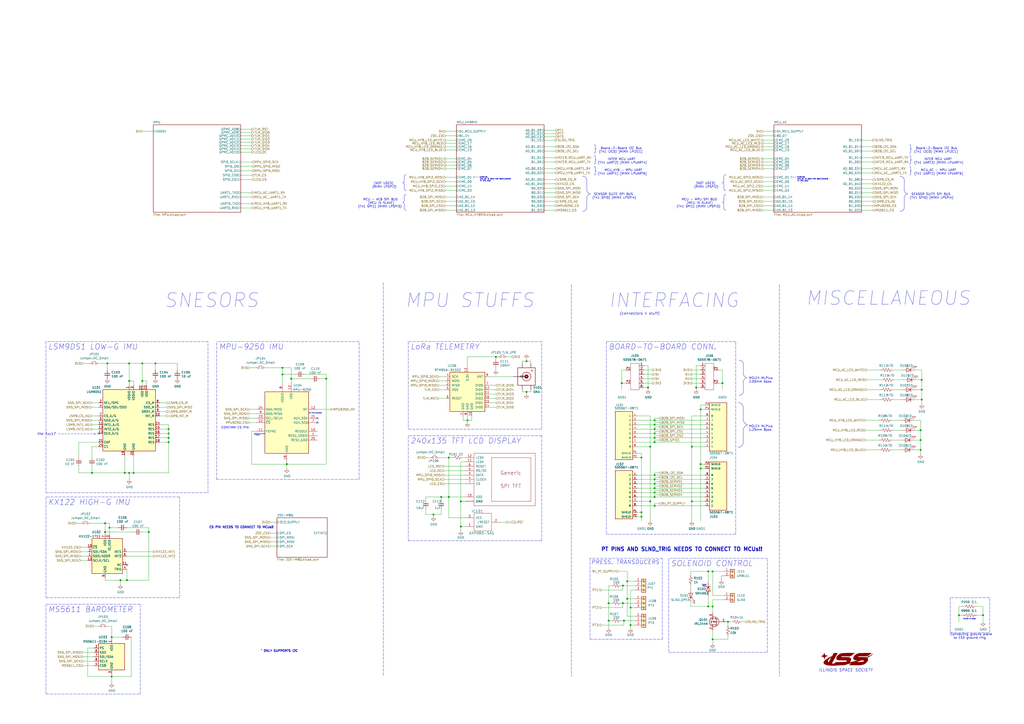
<source format=kicad_sch>
(kicad_sch (version 20211123) (generator eeschema)
  (paper "A2")
  (title_block (title "TARS - MK2 Flight Computation Board") (date "2021-01-11") (rev "A"))
  (junction (at 406.4 271.78))
  (junction (at 379.73 280.67))
  (junction (at 73.66 336.55))
  (junction (at 379.73 285.75))
  (junction (at 379.73 256.54))
  (junction (at 534.67 231.775))
  (junction (at 379.73 243.84))
  (junction (at 97.79 254))
  (junction (at 372.11 297.18))
  (junction (at 534.67 220.345))
  (junction (at 410.845 351.79))
  (junction (at 410.845 331.47))
  (junction (at 86.36 308.61))
  (junction (at 69.85 336.55))
  (junction (at 403.86 224.79))
  (junction (at 534.035 255.27))
  (junction (at 406.4 269.24))
  (junction (at 82.55 220.98))
  (junction (at 53.34 274.32))
  (junction (at 166.37 269.24))
  (junction (at 163.83 213.36))
  (junction (at 271.145 243.84))
  (junction (at 97.79 256.54))
  (junction (at 413.385 331.47))
  (junction (at 90.17 210.82))
  (junction (at 60.96 308.61))
  (junction (at 77.47 274.32))
  (junction (at 379.73 248.92))
  (junction (at 267.335 305.435))
  (junction (at 377.19 290.83))
  (junction (at 534.035 260.985))
  (junction (at 63.5 306.07))
  (junction (at 74.93 220.98))
  (junction (at 260.35 288.29))
  (junction (at 363.855 347.345))
  (junction (at 287.655 207.01))
  (junction (at 74.93 210.82))
  (junction (at 379.73 293.37))
  (junction (at 556.26 356.87))
  (junction (at 267.335 290.83))
  (junction (at 534.035 249.555))
  (junction (at 64.77 392.43))
  (junction (at 419.1 222.25))
  (junction (at 413.385 351.79))
  (junction (at 363.855 337.185))
  (junction (at 305.435 227.33))
  (junction (at 64.77 369.57))
  (junction (at 360.68 222.25))
  (junction (at 163.83 217.17))
  (junction (at 353.06 360.045))
  (junction (at 379.73 288.29))
  (junction (at 365.76 352.425))
  (junction (at 168.91 219.71))
  (junction (at 534.67 226.06))
  (junction (at 401.32 290.83))
  (junction (at 305.435 209.55))
  (junction (at 372.11 265.43))
  (junction (at 60.96 303.53))
  (junction (at 401.32 259.08))
  (junction (at 97.79 251.46))
  (junction (at 379.73 254))
  (junction (at 406.4 237.49))
  (junction (at 379.73 246.38))
  (junction (at 379.73 275.59))
  (junction (at 251.46 298.45))
  (junction (at 377.19 259.08))
  (junction (at 379.73 251.46))
  (junction (at 74.93 274.32))
  (junction (at 361.315 339.725))
  (junction (at 62.23 210.82))
  (junction (at 353.06 349.885))
  (junction (at 375.92 224.79))
  (junction (at 570.23 356.87))
  (junction (at 365.76 362.585))
  (junction (at 97.79 248.92))
  (junction (at 260.35 265.43))
  (junction (at 72.39 274.32))
  (junction (at 413.385 370.84))
  (junction (at 379.73 283.21))
  (junction (at 255.905 288.29))
  (junction (at 379.73 278.13))
  (junction (at 361.315 349.885))
  (junction (at 372.11 299.72))
  (junction (at 82.55 210.82))
  (junction (at 361.95 360.045))
  (junction (at 189.23 219.71))
  (junction (at 422.275 360.68))
  (no_connect (at 184.15 245.11))
  (no_connect (at 57.15 251.46))
  (no_connect (at 184.15 242.57))
  (no_connect (at 73.66 327.66))
  (wire (pts (xy 499.745 114.3) (xy 506.095 114.3)))
  (wire (pts (xy 379.73 293.37) (xy 408.94 293.37)))
  (wire (pts (xy 421.005 360.68) (xy 422.275 360.68)))
  (wire (pts (xy 271.145 241.3) (xy 271.145 243.84)))
  (wire (pts (xy 73.66 330.2) (xy 73.66 336.55)))
  (wire (pts (xy 315.595 116.84) (xy 321.945 116.84)))
  (wire (pts (xy 382.27 252.73) (xy 379.73 252.73)))
  (wire (pts (xy 92.71 233.68) (xy 96.52 233.68)))
  (wire (pts (xy 305.435 227.33) (xy 307.975 227.33)))
  (wire (pts (xy 48.26 386.08) (xy 54.61 386.08)))
  (polyline (pts (xy 236.855 248.92) (xy 314.325 248.92)))
  (wire (pts (xy 64.77 363.22) (xy 64.77 369.57)))
  (wire (pts (xy 360.68 214.63) (xy 363.22 214.63)))
  (wire (pts (xy 97.79 254) (xy 97.79 251.46)))
  (wire (pts (xy 558.8 351.79) (xy 556.26 351.79)))
  (wire (pts (xy 570.23 356.87) (xy 570.23 360.68)))
  (wire (pts (xy 408.94 271.78) (xy 406.4 271.78)))
  (wire (pts (xy 448.945 95.885) (xy 442.595 95.885)))
  (wire (pts (xy 369.57 297.18) (xy 372.11 297.18)))
  (wire (pts (xy 82.55 220.98) (xy 82.55 223.52)))
  (wire (pts (xy 287.655 207.01) (xy 288.925 207.01)))
  (polyline (pts (xy 387.985 378.46) (xy 445.135 378.46)))
  (wire (pts (xy 146.05 84.455) (xy 139.7 84.455)))
  (wire (pts (xy 166.37 269.24) (xy 166.37 267.97)))
  (wire (pts (xy 379.73 281.94) (xy 379.73 283.21)))
  (wire (pts (xy 73.66 322.58) (xy 88.9 322.58)))
  (wire (pts (xy 64.77 392.43) (xy 50.8 392.43)))
  (wire (pts (xy 400.685 339.09) (xy 400.685 341.63)))
  (polyline (pts (xy 445.135 323.85) (xy 387.985 323.85)))
  (wire (pts (xy 448.945 83.185) (xy 442.595 83.185)))
  (wire (pts (xy 534.035 260.985) (xy 534.035 263.525)))
  (wire (pts (xy 156.845 311.785) (xy 160.655 311.785)))
  (wire (pts (xy 419.1 214.63) (xy 416.56 214.63)))
  (wire (pts (xy 258.445 86.995) (xy 264.795 86.995)))
  (wire (pts (xy 96.52 236.22) (xy 92.71 236.22)))
  (wire (pts (xy 518.16 231.775) (xy 523.24 231.775)))
  (wire (pts (xy 442.595 97.79) (xy 448.945 97.79)))
  (wire (pts (xy 448.945 107.95) (xy 442.595 107.95)))
  (wire (pts (xy 53.34 270.51) (xy 53.34 274.32)))
  (wire (pts (xy 74.93 220.98) (xy 77.47 220.98)))
  (wire (pts (xy 379.73 292.1) (xy 379.73 293.37)))
  (wire (pts (xy 302.895 210.82) (xy 302.895 209.55)))
  (wire (pts (xy 48.26 378.46) (xy 54.61 378.46)))
  (wire (pts (xy 88.9 76.2) (xy 82.55 76.2)))
  (wire (pts (xy 408.94 290.83) (xy 401.32 290.83)))
  (wire (pts (xy 410.845 351.79) (xy 413.385 351.79)))
  (wire (pts (xy 156.845 309.245) (xy 160.655 309.245)))
  (wire (pts (xy 372.11 262.89) (xy 372.11 265.43)))
  (wire (pts (xy 502.92 231.775) (xy 510.54 231.775)))
  (wire (pts (xy 163.83 217.17) (xy 163.83 222.25)))
  (polyline (pts (xy 120.65 285.75) (xy 120.65 198.12)))
  (wire (pts (xy 74.93 210.82) (xy 82.55 210.82)))
  (wire (pts (xy 379.73 243.84) (xy 408.94 243.84)))
  (wire (pts (xy 401.32 241.3) (xy 401.32 259.08)))
  (wire (pts (xy 570.23 351.79) (xy 570.23 356.87)))
  (wire (pts (xy 97.79 274.32) (xy 97.79 256.54)))
  (polyline (pts (xy 314.325 252.73) (xy 236.855 252.73)))
  (wire (pts (xy 321.945 75.565) (xy 315.595 75.565)))
  (wire (pts (xy 53.34 259.08) (xy 53.34 265.43)))
  (wire (pts (xy 373.38 214.63) (xy 378.46 214.63)))
  (polyline (pts (xy 26.67 346.71) (xy 104.14 346.71)))
  (wire (pts (xy 90.17 210.82) (xy 102.87 210.82)))
  (wire (pts (xy 62.23 363.22) (xy 64.77 363.22)))
  (wire (pts (xy 422.275 368.3) (xy 422.275 370.84)))
  (wire (pts (xy 97.79 251.46) (xy 97.79 248.92)))
  (wire (pts (xy 534.67 231.775) (xy 534.67 234.315)))
  (wire (pts (xy 363.855 337.185) (xy 363.855 331.47)))
  (wire (pts (xy 382.27 276.86) (xy 379.73 276.86)))
  (wire (pts (xy 63.5 306.07) (xy 63.5 309.88)))
  (wire (pts (xy 379.73 250.19) (xy 379.73 251.46)))
  (wire (pts (xy 502.285 243.84) (xy 509.905 243.84)))
  (wire (pts (xy 506.095 81.28) (xy 499.745 81.28)))
  (wire (pts (xy 264.795 119.38) (xy 258.445 119.38)))
  (wire (pts (xy 156.845 316.865) (xy 160.655 316.865)))
  (wire (pts (xy 74.93 220.98) (xy 74.93 223.52)))
  (wire (pts (xy 400.685 331.47) (xy 410.845 331.47)))
  (wire (pts (xy 73.66 306.07) (xy 86.36 306.07)))
  (wire (pts (xy 530.86 231.775) (xy 534.67 231.775)))
  (wire (pts (xy 168.91 222.25) (xy 168.91 219.71)))
  (wire (pts (xy 146.05 76.835) (xy 139.7 76.835)))
  (wire (pts (xy 146.05 74.93) (xy 139.7 74.93)))
  (wire (pts (xy 534.035 243.84) (xy 534.035 249.555)))
  (wire (pts (xy 354.965 360.045) (xy 353.06 360.045)))
  (wire (pts (xy 148.59 240.03) (xy 144.78 240.03)))
  (wire (pts (xy 406.4 222.25) (xy 401.32 222.25)))
  (wire (pts (xy 258.445 78.74) (xy 264.795 78.74)))
  (wire (pts (xy 517.525 260.985) (xy 522.605 260.985)))
  (wire (pts (xy 88.9 320.04) (xy 73.66 320.04)))
  (wire (pts (xy 72.39 274.32) (xy 72.39 264.16)))
  (wire (pts (xy 139.7 118.11) (xy 146.05 118.11)))
  (polyline (pts (xy 81.28 350.52) (xy 26.67 350.52)))
  (wire (pts (xy 97.79 246.38) (xy 92.71 246.38)))
  (wire (pts (xy 260.35 300.355) (xy 260.35 288.29)))
  (wire (pts (xy 372.11 299.72) (xy 372.11 302.26)))
  (wire (pts (xy 361.95 362.585) (xy 348.615 362.585)))
  (wire (pts (xy 52.07 303.53) (xy 60.96 303.53)))
  (wire (pts (xy 369.57 275.59) (xy 379.73 275.59)))
  (polyline (pts (xy 426.72 309.88) (xy 426.72 198.12)))
  (wire (pts (xy 86.36 308.61) (xy 86.36 336.55)))
  (wire (pts (xy 264.795 107.95) (xy 258.445 107.95)))
  (wire (pts (xy 518.16 249.555) (xy 523.24 249.555)))
  (wire (pts (xy 171.45 217.17) (xy 163.83 217.17)))
  (wire (pts (xy 60.96 303.53) (xy 60.96 308.61)))
  (wire (pts (xy 530.225 243.84) (xy 534.035 243.84)))
  (wire (pts (xy 379.73 274.32) (xy 379.73 275.59)))
  (wire (pts (xy 518.16 226.06) (xy 523.24 226.06)))
  (wire (pts (xy 86.36 306.07) (xy 86.36 308.61)))
  (wire (pts (xy 373.38 219.71) (xy 378.46 219.71)))
  (wire (pts (xy 321.945 97.79) (xy 315.595 97.79)))
  (wire (pts (xy 530.225 260.985) (xy 534.035 260.985)))
  (wire (pts (xy 189.23 219.71) (xy 185.42 219.71)))
  (wire (pts (xy 534.035 255.27) (xy 534.035 260.985)))
  (wire (pts (xy 267.335 290.83) (xy 269.875 290.83)))
  (wire (pts (xy 382.27 250.19) (xy 379.73 250.19)))
  (wire (pts (xy 82.55 210.82) (xy 90.17 210.82)))
  (wire (pts (xy 379.73 285.75) (xy 408.94 285.75)))
  (wire (pts (xy 361.95 360.045) (xy 360.045 360.045)))
  (wire (pts (xy 499.745 100.33) (xy 506.095 100.33)))
  (wire (pts (xy 296.545 207.01) (xy 294.005 207.01)))
  (polyline (pts (xy 342.265 323.85) (xy 342.265 370.84)))
  (wire (pts (xy 305.435 227.33) (xy 305.435 228.6)))
  (wire (pts (xy 264.795 110.49) (xy 258.445 110.49)))
  (wire (pts (xy 44.45 303.53) (xy 46.99 303.53)))
  (wire (pts (xy 287.655 233.68) (xy 283.845 233.68)))
  (wire (pts (xy 76.2 369.57) (xy 76.2 392.43)))
  (wire (pts (xy 287.655 208.28) (xy 287.655 207.01)))
  (wire (pts (xy 353.06 349.885) (xy 353.06 360.045)))
  (polyline (pts (xy 26.67 402.59) (xy 81.28 402.59)))
  (wire (pts (xy 375.92 224.79) (xy 375.92 212.09)))
  (wire (pts (xy 247.015 298.45) (xy 251.46 298.45)))
  (wire (pts (xy 302.895 227.33) (xy 305.435 227.33)))
  (wire (pts (xy 92.71 248.92) (xy 97.79 248.92)))
  (wire (pts (xy 264.795 76.2) (xy 258.445 76.2)))
  (wire (pts (xy 315.595 114.3) (xy 321.945 114.3)))
  (wire (pts (xy 60.96 308.61) (xy 60.96 309.88)))
  (wire (pts (xy 410.845 331.47) (xy 413.385 331.47)))
  (wire (pts (xy 271.145 207.01) (xy 271.145 213.36)))
  (wire (pts (xy 365.76 362.585) (xy 365.76 364.49)))
  (wire (pts (xy 448.945 105.41) (xy 442.595 105.41)))
  (wire (pts (xy 305.435 209.55) (xy 305.435 208.28)))
  (wire (pts (xy 269.875 275.59) (xy 257.81 275.59)))
  (wire (pts (xy 368.3 352.425) (xy 365.76 352.425)))
  (wire (pts (xy 139.7 120.65) (xy 146.05 120.65)))
  (wire (pts (xy 401.32 290.83) (xy 401.32 302.26)))
  (wire (pts (xy 369.57 280.67) (xy 379.73 280.67)))
  (wire (pts (xy 163.83 213.36) (xy 163.83 217.17)))
  (wire (pts (xy 363.855 347.345) (xy 368.3 347.345)))
  (wire (pts (xy 379.73 242.57) (xy 379.73 243.84)))
  (wire (pts (xy 302.895 209.55) (xy 305.435 209.55)))
  (wire (pts (xy 315.595 111.76) (xy 321.945 111.76)))
  (wire (pts (xy 382.27 287.02) (xy 379.73 287.02)))
  (wire (pts (xy 382.27 292.1) (xy 379.73 292.1)))
  (wire (pts (xy 369.57 278.13) (xy 379.73 278.13)))
  (wire (pts (xy 48.26 383.54) (xy 54.61 383.54)))
  (wire (pts (xy 413.385 351.79) (xy 413.385 355.6)))
  (polyline (pts (xy 125.73 278.13) (xy 125.73 198.12)))
  (wire (pts (xy 267.335 305.435) (xy 269.875 305.435)))
  (wire (pts (xy 57.15 256.54) (xy 45.72 256.54)))
  (wire (pts (xy 315.595 106.68) (xy 321.945 106.68)))
  (wire (pts (xy 139.7 104.14) (xy 146.05 104.14)))
  (wire (pts (xy 53.34 233.68) (xy 57.15 233.68)))
  (wire (pts (xy 271.145 243.84) (xy 271.145 245.11)))
  (wire (pts (xy 382.27 281.94) (xy 379.73 281.94)))
  (wire (pts (xy 254.635 231.14) (xy 258.445 231.14)))
  (wire (pts (xy 294.005 302.895) (xy 290.195 302.895)))
  (wire (pts (xy 442.595 85.09) (xy 448.945 85.09)))
  (wire (pts (xy 442.595 93.98) (xy 448.945 93.98)))
  (wire (pts (xy 506.095 91.44) (xy 499.745 91.44)))
  (wire (pts (xy 45.72 274.32) (xy 53.34 274.32)))
  (polyline (pts (xy 81.28 402.59) (xy 81.28 350.52)))
  (wire (pts (xy 379.73 287.02) (xy 379.73 288.29)))
  (wire (pts (xy 369.57 248.92) (xy 379.73 248.92)))
  (wire (pts (xy 64.77 369.57) (xy 64.77 370.84)))
  (polyline (pts (xy 125.73 278.13) (xy 208.28 278.13)))
  (polyline (pts (xy 551.18 367.03) (xy 574.04 367.03)))
  (wire (pts (xy 556.26 351.79) (xy 556.26 356.87)))
  (polyline (pts (xy 236.855 252.73) (xy 236.855 313.69)))
  (wire (pts (xy 499.745 119.38) (xy 506.095 119.38)))
  (wire (pts (xy 448.945 110.49) (xy 442.595 110.49)))
  (wire (pts (xy 363.855 331.47) (xy 358.775 331.47)))
  (wire (pts (xy 264.795 121.92) (xy 258.445 121.92)))
  (wire (pts (xy 369.57 241.3) (xy 377.19 241.3)))
  (wire (pts (xy 64.77 369.57) (xy 71.12 369.57)))
  (wire (pts (xy 369.57 290.83) (xy 377.19 290.83)))
  (wire (pts (xy 247.015 290.195) (xy 247.015 288.29)))
  (wire (pts (xy 267.335 290.83) (xy 267.335 305.435)))
  (wire (pts (xy 264.795 102.87) (xy 258.445 102.87)))
  (wire (pts (xy 189.23 269.24) (xy 166.37 269.24)))
  (wire (pts (xy 361.95 360.045) (xy 361.95 362.585)))
  (wire (pts (xy 85.09 220.98) (xy 85.09 223.52)))
  (wire (pts (xy 530.86 214.63) (xy 534.67 214.63)))
  (wire (pts (xy 361.315 349.885) (xy 360.045 349.885)))
  (wire (pts (xy 264.795 92.075) (xy 258.445 92.075)))
  (wire (pts (xy 262.89 265.43) (xy 260.35 265.43)))
  (wire (pts (xy 360.68 222.25) (xy 360.68 214.63)))
  (wire (pts (xy 448.945 102.87) (xy 442.595 102.87)))
  (wire (pts (xy 69.85 336.55) (xy 60.96 336.55)))
  (wire (pts (xy 144.78 242.57) (xy 148.59 242.57)))
  (polyline (pts (xy 314.325 248.92) (xy 314.325 198.12)))
  (wire (pts (xy 379.73 245.11) (xy 379.73 246.38)))
  (wire (pts (xy 379.73 252.73) (xy 379.73 254)))
  (wire (pts (xy 269.875 270.51) (xy 257.81 270.51)))
  (wire (pts (xy 258.445 220.98) (xy 254.635 220.98)))
  (wire (pts (xy 354.965 349.885) (xy 353.06 349.885)))
  (wire (pts (xy 379.73 246.38) (xy 408.94 246.38)))
  (wire (pts (xy 60.96 303.53) (xy 63.5 303.53)))
  (wire (pts (xy 534.67 214.63) (xy 534.67 220.345)))
  (wire (pts (xy 258.445 81.28) (xy 264.795 81.28)))
  (wire (pts (xy 60.96 336.55) (xy 60.96 335.28)))
  (wire (pts (xy 269.875 300.355) (xy 260.35 300.355)))
  (wire (pts (xy 50.8 392.43) (xy 50.8 375.92)))
  (wire (pts (xy 372.11 265.43) (xy 372.11 297.18)))
  (wire (pts (xy 406.4 217.17) (xy 401.32 217.17)))
  (wire (pts (xy 139.7 111.76) (xy 146.05 111.76)))
  (wire (pts (xy 382.27 274.32) (xy 379.73 274.32)))
  (wire (pts (xy 369.57 259.08) (xy 377.19 259.08)))
  (wire (pts (xy 260.35 288.29) (xy 269.875 288.29)))
  (wire (pts (xy 379.73 288.29) (xy 408.94 288.29)))
  (wire (pts (xy 382.27 255.27) (xy 379.73 255.27)))
  (wire (pts (xy 413.385 345.44) (xy 419.735 345.44)))
  (wire (pts (xy 153.67 213.36) (xy 163.83 213.36)))
  (wire (pts (xy 148.59 245.11) (xy 144.78 245.11)))
  (wire (pts (xy 74.93 274.32) (xy 74.93 278.13)))
  (wire (pts (xy 74.93 274.32) (xy 77.47 274.32)))
  (wire (pts (xy 54.61 363.22) (xy 57.15 363.22)))
  (wire (pts (xy 176.53 217.17) (xy 189.23 217.17)))
  (wire (pts (xy 146.05 78.74) (xy 139.7 78.74)))
  (wire (pts (xy 353.06 339.725) (xy 353.06 349.885)))
  (wire (pts (xy 283.845 231.14) (xy 287.655 231.14)))
  (wire (pts (xy 166.37 271.78) (xy 166.37 269.24)))
  (wire (pts (xy 76.2 392.43) (xy 64.77 392.43)))
  (wire (pts (xy 408.94 269.24) (xy 406.4 269.24)))
  (wire (pts (xy 361.315 339.725) (xy 368.3 339.725)))
  (wire (pts (xy 373.38 217.17) (xy 378.46 217.17)))
  (wire (pts (xy 379.73 279.4) (xy 379.73 280.67)))
  (wire (pts (xy 406.4 237.49) (xy 406.4 234.95)))
  (wire (pts (xy 254.635 218.44) (xy 258.445 218.44)))
  (wire (pts (xy 499.745 116.84) (xy 506.095 116.84)))
  (wire (pts (xy 400.685 334.01) (xy 400.685 331.47)))
  (wire (pts (xy 403.86 212.09) (xy 406.4 212.09)))
  (polyline (pts (xy 351.79 198.12) (xy 351.79 309.88)))
  (wire (pts (xy 144.78 237.49) (xy 148.59 237.49)))
  (wire (pts (xy 534.67 226.06) (xy 534.67 231.775)))
  (wire (pts (xy 506.095 109.22) (xy 499.745 109.22)))
  (wire (pts (xy 146.05 250.19) (xy 146.05 269.24)))
  (polyline (pts (xy 26.67 288.29) (xy 26.67 346.71)))
  (wire (pts (xy 258.445 226.06) (xy 254.635 226.06)))
  (wire (pts (xy 556.26 360.68) (xy 556.26 356.87)))
  (wire (pts (xy 530.225 255.27) (xy 534.035 255.27)))
  (wire (pts (xy 422.275 363.22) (xy 422.275 360.68)))
  (wire (pts (xy 363.855 357.505) (xy 368.3 357.505)))
  (polyline (pts (xy 452.12 165.1) (xy 452.12 392.43)))
  (wire (pts (xy 361.315 352.425) (xy 348.615 352.425)))
  (wire (pts (xy 354.965 339.725) (xy 353.06 339.725)))
  (wire (pts (xy 408.94 237.49) (xy 406.4 237.49)))
  (wire (pts (xy 97.79 248.92) (xy 97.79 246.38)))
  (wire (pts (xy 146.05 99.06) (xy 139.7 99.06)))
  (wire (pts (xy 64.77 392.43) (xy 64.77 391.16)))
  (wire (pts (xy 379.73 275.59) (xy 408.94 275.59)))
  (wire (pts (xy 379.73 283.21) (xy 408.94 283.21)))
  (wire (pts (xy 530.86 249.555) (xy 534.035 249.555)))
  (wire (pts (xy 146.05 250.19) (xy 148.59 250.19)))
  (wire (pts (xy 315.595 87.63) (xy 321.945 87.63)))
  (wire (pts (xy 189.23 219.71) (xy 189.23 269.24)))
  (polyline (pts (xy 314.325 198.12) (xy 236.855 198.12)))
  (wire (pts (xy 307.975 209.55) (xy 307.975 210.82)))
  (wire (pts (xy 448.945 76.2) (xy 442.595 76.2)))
  (wire (pts (xy 57.15 259.08) (xy 53.34 259.08)))
  (wire (pts (xy 448.945 116.84) (xy 442.595 116.84)))
  (wire (pts (xy 264.795 116.84) (xy 258.445 116.84)))
  (wire (pts (xy 530.86 226.06) (xy 534.67 226.06)))
  (wire (pts (xy 46.99 325.12) (xy 50.8 325.12)))
  (wire (pts (xy 382.27 245.11) (xy 379.73 245.11)))
  (wire (pts (xy 506.095 104.14) (xy 499.745 104.14)))
  (wire (pts (xy 373.38 222.25) (xy 378.46 222.25)))
  (wire (pts (xy 156.845 314.325) (xy 160.655 314.325)))
  (wire (pts (xy 63.5 303.53) (xy 63.5 306.07)))
  (wire (pts (xy 92.71 241.3) (xy 96.52 241.3)))
  (wire (pts (xy 448.945 78.74) (xy 442.595 78.74)))
  (wire (pts (xy 267.97 265.43) (xy 269.875 265.43)))
  (wire (pts (xy 260.35 265.43) (xy 254.635 265.43)))
  (wire (pts (xy 419.1 222.25) (xy 419.1 214.63)))
  (wire (pts (xy 53.34 246.38) (xy 57.15 246.38)))
  (wire (pts (xy 448.945 92.075) (xy 442.595 92.075)))
  (polyline (pts (xy 551.18 346.71) (xy 551.18 367.03)))
  (wire (pts (xy 400.685 349.25) (xy 400.685 351.79)))
  (wire (pts (xy 307.975 227.33) (xy 307.975 226.06)))
  (wire (pts (xy 369.57 251.46) (xy 379.73 251.46)))
  (wire (pts (xy 379.73 276.86) (xy 379.73 278.13)))
  (wire (pts (xy 247.015 288.29) (xy 255.905 288.29)))
  (wire (pts (xy 403.86 224.79) (xy 406.4 224.79)))
  (wire (pts (xy 499.745 106.68) (xy 506.095 106.68)))
  (wire (pts (xy 408.94 234.95) (xy 406.4 234.95)))
  (wire (pts (xy 368.3 362.585) (xy 365.76 362.585)))
  (wire (pts (xy 57.15 241.3) (xy 53.34 241.3)))
  (wire (pts (xy 360.68 226.06) (xy 360.68 222.25)))
  (wire (pts (xy 73.66 336.55) (xy 86.36 336.55)))
  (wire (pts (xy 379.73 255.27) (xy 379.73 256.54)))
  (wire (pts (xy 321.945 81.28) (xy 315.595 81.28)))
  (wire (pts (xy 283.845 218.44) (xy 297.815 218.44)))
  (wire (pts (xy 369.57 246.38) (xy 379.73 246.38)))
  (wire (pts (xy 69.85 336.55) (xy 73.66 336.55)))
  (wire (pts (xy 273.685 243.84) (xy 273.685 241.3)))
  (wire (pts (xy 77.47 220.98) (xy 77.47 223.52)))
  (wire (pts (xy 156.845 302.895) (xy 160.655 302.895)))
  (wire (pts (xy 499.745 111.76) (xy 506.095 111.76)))
  (wire (pts (xy 382.27 279.4) (xy 379.73 279.4)))
  (wire (pts (xy 258.445 85.09) (xy 264.795 85.09)))
  (wire (pts (xy 422.275 370.84) (xy 413.385 370.84)))
  (wire (pts (xy 368.3 349.885) (xy 361.315 349.885)))
  (wire (pts (xy 502.285 249.555) (xy 510.54 249.555)))
  (wire (pts (xy 257.81 280.67) (xy 269.875 280.67)))
  (wire (pts (xy 419.1 226.06) (xy 419.1 222.25)))
  (wire (pts (xy 419.735 347.98) (xy 413.385 347.98)))
  (wire (pts (xy 422.275 360.68) (xy 424.815 360.68)))
  (wire (pts (xy 361.315 342.265) (xy 348.615 342.265)))
  (wire (pts (xy 448.945 119.38) (xy 442.595 119.38)))
  (wire (pts (xy 146.05 269.24) (xy 166.37 269.24)))
  (polyline (pts (xy 208.28 278.13) (xy 208.28 198.12)))
  (polyline (pts (xy 120.65 198.12) (xy 26.67 198.12)))
  (wire (pts (xy 53.34 243.84) (xy 57.15 243.84)))
  (wire (pts (xy 102.87 210.82) (xy 102.87 214.63)))
  (wire (pts (xy 534.035 249.555) (xy 534.035 255.27)))
  (wire (pts (xy 499.745 93.98) (xy 506.095 93.98)))
  (wire (pts (xy 502.92 220.345) (xy 511.175 220.345)))
  (wire (pts (xy 77.47 274.32) (xy 97.79 274.32)))
  (wire (pts (xy 442.595 81.28) (xy 448.945 81.28)))
  (wire (pts (xy 419.735 331.47) (xy 413.385 331.47)))
  (wire (pts (xy 369.57 283.21) (xy 379.73 283.21)))
  (wire (pts (xy 264.795 83.185) (xy 258.445 83.185)))
  (wire (pts (xy 255.905 290.195) (xy 255.905 288.29)))
  (wire (pts (xy 353.06 360.045) (xy 353.06 364.49)))
  (wire (pts (xy 410.845 337.82) (xy 410.845 331.47)))
  (wire (pts (xy 271.145 207.01) (xy 287.655 207.01)))
  (wire (pts (xy 369.57 265.43) (xy 372.11 265.43)))
  (wire (pts (xy 74.93 210.82) (xy 74.93 220.98)))
  (wire (pts (xy 271.145 243.84) (xy 273.685 243.84)))
  (wire (pts (xy 361.315 349.885) (xy 361.315 352.425)))
  (wire (pts (xy 267.335 267.97) (xy 267.335 290.83)))
  (wire (pts (xy 408.94 241.3) (xy 401.32 241.3)))
  (wire (pts (xy 63.5 306.07) (xy 68.58 306.07)))
  (wire (pts (xy 96.52 238.76) (xy 92.71 238.76)))
  (wire (pts (xy 146.05 80.645) (xy 139.7 80.645)))
  (wire (pts (xy 502.92 214.63) (xy 510.54 214.63)))
  (wire (pts (xy 369.57 243.84) (xy 379.73 243.84)))
  (wire (pts (xy 379.73 280.67) (xy 408.94 280.67)))
  (polyline (pts (xy 208.28 198.12) (xy 125.73 198.12)))
  (wire (pts (xy 499.745 121.92) (xy 506.095 121.92)))
  (polyline (pts (xy 236.855 313.69) (xy 314.325 313.69)))
  (wire (pts (xy 189.23 217.17) (xy 189.23 219.71)))
  (wire (pts (xy 267.335 305.435) (xy 267.335 307.975)))
  (polyline (pts (xy 574.04 346.71) (xy 551.18 346.71)))
  (wire (pts (xy 287.655 228.6) (xy 283.845 228.6)))
  (wire (pts (xy 510.54 226.06) (xy 502.92 226.06)))
  (wire (pts (xy 258.445 93.98) (xy 264.795 93.98)))
  (wire (pts (xy 369.57 293.37) (xy 379.73 293.37)))
  (wire (pts (xy 379.73 256.54) (xy 408.94 256.54)))
  (wire (pts (xy 258.445 97.79) (xy 264.795 97.79)))
  (wire (pts (xy 255.905 298.45) (xy 255.905 295.275)))
  (polyline (pts (xy 384.175 323.85) (xy 342.265 323.85)))
  (wire (pts (xy 518.795 220.345) (xy 523.875 220.345)))
  (wire (pts (xy 321.945 77.47) (xy 315.595 77.47)))
  (wire (pts (xy 369.57 285.75) (xy 379.73 285.75)))
  (wire (pts (xy 365.76 352.425) (xy 365.76 362.585)))
  (wire (pts (xy 363.855 337.185) (xy 363.855 347.345)))
  (wire (pts (xy 369.57 254) (xy 379.73 254)))
  (wire (pts (xy 363.855 347.345) (xy 363.855 357.505)))
  (wire (pts (xy 247.015 265.43) (xy 249.555 265.43)))
  (wire (pts (xy 268.605 241.3) (xy 268.605 243.84)))
  (polyline (pts (xy 314.325 313.69) (xy 314.325 252.73)))
  (wire (pts (xy 139.7 114.3) (xy 146.05 114.3)))
  (polyline (pts (xy 26.67 350.52) (xy 26.67 402.59)))
  (wire (pts (xy 406.4 237.49) (xy 406.4 269.24)))
  (polyline (pts (xy 26.67 285.75) (xy 120.65 285.75)))
  (wire (pts (xy 379.73 284.48) (xy 379.73 285.75)))
  (wire (pts (xy 413.385 347.98) (xy 413.385 351.79)))
  (wire (pts (xy 254.635 223.52) (xy 258.445 223.52)))
  (wire (pts (xy 379.73 278.13) (xy 408.94 278.13)))
  (wire (pts (xy 375.92 226.06) (xy 375.92 224.79)))
  (wire (pts (xy 368.3 360.045) (xy 361.95 360.045)))
  (wire (pts (xy 45.72 256.54) (xy 45.72 265.43)))
  (wire (pts (xy 375.92 224.79) (xy 373.38 224.79)))
  (wire (pts (xy 413.385 331.47) (xy 413.385 345.44)))
  (wire (pts (xy 82.55 210.82) (xy 82.55 220.98)))
  (wire (pts (xy 400.685 351.79) (xy 410.845 351.79)))
  (wire (pts (xy 534.67 220.345) (xy 534.67 226.06)))
  (polyline (pts (xy 26.67 198.12) (xy 26.67 285.75)))
  (wire (pts (xy 363.22 222.25) (xy 360.68 222.25)))
  (wire (pts (xy 321.945 91.44) (xy 315.595 91.44)))
  (wire (pts (xy 360.045 339.725) (xy 361.315 339.725)))
  (wire (pts (xy 283.845 236.22) (xy 287.655 236.22)))
  (wire (pts (xy 77.47 274.32) (xy 77.47 264.16)))
  (wire (pts (xy 375.92 212.09) (xy 373.38 212.09)))
  (wire (pts (xy 57.15 210.82) (xy 62.23 210.82)))
  (wire (pts (xy 566.42 351.79) (xy 570.23 351.79)))
  (wire (pts (xy 283.845 226.06) (xy 287.655 226.06)))
  (wire (pts (xy 382.27 284.48) (xy 379.73 284.48)))
  (wire (pts (xy 269.875 273.05) (xy 257.81 273.05)))
  (wire (pts (xy 315.595 100.33) (xy 321.945 100.33)))
  (wire (pts (xy 168.91 213.36) (xy 163.83 213.36)))
  (wire (pts (xy 82.55 220.98) (xy 85.09 220.98)))
  (wire (pts (xy 566.42 356.87) (xy 570.23 356.87)))
  (wire (pts (xy 92.71 256.54) (xy 97.79 256.54)))
  (wire (pts (xy 377.19 290.83) (xy 377.19 302.26)))
  (wire (pts (xy 372.11 297.18) (xy 372.11 299.72)))
  (polyline (pts (xy 387.985 323.85) (xy 387.985 378.46)))
  (wire (pts (xy 69.85 336.55) (xy 69.85 339.09)))
  (wire (pts (xy 382.27 242.57) (xy 379.73 242.57)))
  (wire (pts (xy 97.79 256.54) (xy 97.79 254)))
  (wire (pts (xy 64.77 396.24) (xy 64.77 392.43)))
  (wire (pts (xy 419.1 222.25) (xy 416.56 222.25)))
  (wire (pts (xy 315.595 93.98) (xy 321.945 93.98)))
  (wire (pts (xy 377.19 259.08) (xy 377.19 290.83)))
  (wire (pts (xy 247.015 295.275) (xy 247.015 298.45)))
  (wire (pts (xy 92.71 254) (xy 97.79 254)))
  (wire (pts (xy 48.26 210.82) (xy 52.07 210.82)))
  (wire (pts (xy 502.285 260.985) (xy 509.905 260.985)))
  (wire (pts (xy 408.94 259.08) (xy 401.32 259.08)))
  (wire (pts (xy 315.595 121.92) (xy 321.945 121.92)))
  (wire (pts (xy 321.945 104.14) (xy 315.595 104.14)))
  (wire (pts (xy 413.385 373.38) (xy 413.385 370.84)))
  (wire (pts (xy 180.34 219.71) (xy 168.91 219.71)))
  (polyline (pts (xy 222.25 163.83) (xy 222.25 392.43)))
  (wire (pts (xy 146.05 93.98) (xy 139.7 93.98)))
  (wire (pts (xy 556.26 356.87) (xy 558.8 356.87)))
  (wire (pts (xy 168.91 219.71) (xy 168.91 213.36)))
  (wire (pts (xy 92.71 251.46) (xy 97.79 251.46)))
  (wire (pts (xy 517.525 243.84) (xy 522.605 243.84)))
  (wire (pts (xy 419.735 334.01) (xy 418.465 334.01)))
  (wire (pts (xy 369.57 299.72) (xy 372.11 299.72)))
  (wire (pts (xy 509.905 255.27) (xy 502.285 255.27)))
  (wire (pts (xy 251.46 298.45) (xy 255.905 298.45)))
  (wire (pts (xy 57.15 236.22) (xy 53.34 236.22)))
  (wire (pts (xy 531.495 220.345) (xy 534.67 220.345)))
  (wire (pts (xy 146.05 96.52) (xy 139.7 96.52)))
  (wire (pts (xy 403.86 226.06) (xy 403.86 224.79)))
  (wire (pts (xy 379.73 248.92) (xy 408.94 248.92)))
  (wire (pts (xy 62.23 210.82) (xy 74.93 210.82)))
  (polyline (pts (xy 104.14 288.29) (xy 26.67 288.29)))
  (wire (pts (xy 264.795 95.885) (xy 258.445 95.885)))
  (wire (pts (xy 406.4 271.78) (xy 406.4 302.26)))
  (wire (pts (xy 46.99 320.04) (xy 50.8 320.04)))
  (wire (pts (xy 518.16 214.63) (xy 523.24 214.63)))
  (wire (pts (xy 53.34 274.32) (xy 72.39 274.32)))
  (wire (pts (xy 321.945 85.09) (xy 315.595 85.09)))
  (wire (pts (xy 305.435 209.55) (xy 307.975 209.55)))
  (polyline (pts (xy 574.04 367.03) (xy 574.04 346.71)))
  (wire (pts (xy 90.17 210.82) (xy 90.17 214.63)))
  (wire (pts (xy 448.945 114.3) (xy 442.595 114.3)))
  (wire (pts (xy 368.3 337.185) (xy 363.855 337.185)))
  (wire (pts (xy 264.795 114.3) (xy 258.445 114.3)))
  (wire (pts (xy 287.655 223.52) (xy 283.845 223.52)))
  (wire (pts (xy 144.78 213.36) (xy 148.59 213.36)))
  (wire (pts (xy 413.385 370.84) (xy 413.385 365.76)))
  (polyline (pts (xy 351.79 309.88) (xy 426.72 309.88)))
  (wire (pts (xy 418.465 334.01) (xy 418.465 336.55)))
  (wire (pts (xy 269.875 267.97) (xy 267.335 267.97)))
  (wire (pts (xy 448.945 121.92) (xy 442.595 121.92)))
  (wire (pts (xy 410.845 345.44) (xy 410.845 351.79)))
  (wire (pts (xy 369.57 262.89) (xy 372.11 262.89)))
  (polyline (pts (xy 445.135 378.46) (xy 445.135 323.85)))
  (wire (pts (xy 442.595 86.995) (xy 448.945 86.995)))
  (wire (pts (xy 499.745 87.63) (xy 506.095 87.63)))
  (wire (pts (xy 86.36 308.61) (xy 82.55 308.61)))
  (wire (pts (xy 302.895 226.06) (xy 302.895 227.33)))
  (wire (pts (xy 406.4 214.63) (xy 401.32 214.63)))
  (polyline (pts (xy 426.72 198.12) (xy 351.79 198.12)))
  (wire (pts (xy 257.81 278.13) (xy 269.875 278.13)))
  (wire (pts (xy 429.895 360.68) (xy 432.435 360.68)))
  (wire (pts (xy 255.905 288.29) (xy 260.35 288.29)))
  (wire (pts (xy 406.4 219.71) (xy 401.32 219.71)))
  (wire (pts (xy 368.3 342.265) (xy 365.76 342.265)))
  (wire (pts (xy 50.8 375.92) (xy 54.61 375.92)))
  (wire (pts (xy 315.595 119.38) (xy 321.945 119.38)))
  (wire (pts (xy 268.605 243.84) (xy 271.145 243.84)))
  (wire (pts (xy 146.05 88.265) (xy 139.7 88.265)))
  (wire (pts (xy 379.73 254) (xy 408.94 254)))
  (polyline (pts (xy 342.265 370.84) (xy 384.175 370.84)))
  (wire (pts (xy 60.96 308.61) (xy 77.47 308.61)))
  (wire (pts (xy 46.99 317.5) (xy 50.8 317.5)))
  (wire (pts (xy 369.57 288.29) (xy 379.73 288.29)))
  (wire (pts (xy 365.76 342.265) (xy 365.76 352.425)))
  (wire (pts (xy 260.35 265.43) (xy 260.35 288.29)))
  (wire (pts (xy 321.945 79.375) (xy 315.595 79.375)))
  (wire (pts (xy 377.19 241.3) (xy 377.19 259.08)))
  (wire (pts (xy 72.39 274.32) (xy 74.93 274.32)))
  (polyline (pts (xy 104.14 346.71) (xy 104.14 288.29)))
  (polyline (pts (xy 331.47 165.1) (xy 331.47 392.43)))
  (wire (pts (xy 46.99 322.58) (xy 50.8 322.58)))
  (wire (pts (xy 321.945 109.22) (xy 315.595 109.22)))
  (wire (pts (xy 401.32 259.08) (xy 401.32 290.83)))
  (polyline (pts (xy 236.855 198.12) (xy 236.855 248.92)))
  (wire (pts (xy 146.05 86.36) (xy 139.7 86.36)))
  (wire (pts (xy 379.73 247.65) (xy 379.73 248.92)))
  (wire (pts (xy 146.05 82.55) (xy 139.7 82.55)))
  (wire (pts (xy 45.72 270.51) (xy 45.72 274.32)))
  (polyline (pts (xy 384.175 370.84) (xy 384.175 323.85)))
  (wire (pts (xy 287.655 214.63) (xy 287.655 213.36)))
  (wire (pts (xy 517.525 255.27) (xy 522.605 255.27)))
  (wire (pts (xy 251.46 299.72) (xy 251.46 298.45)))
  (wire (pts (xy 406.4 269.24) (xy 406.4 271.78)))
  (wire (pts (xy 361.315 339.725) (xy 361.315 342.265)))
  (wire (pts (xy 57.15 248.92) (xy 53.34 248.92)))
  (wire (pts (xy 403.86 224.79) (xy 403.86 212.09)))
  (wire (pts (xy 62.23 210.82) (xy 62.23 214.63)))
  (wire (pts (xy 264.795 105.41) (xy 258.445 105.41)))
  (wire (pts (xy 379.73 251.46) (xy 408.94 251.46)))
  (wire (pts (xy 48.26 381) (xy 54.61 381)))
  (wire (pts (xy 139.7 101.6) (xy 146.05 101.6)))
  (wire (pts (xy 506.095 97.79) (xy 499.745 97.79)))
  (wire (pts (xy 382.27 247.65) (xy 379.73 247.65)))
  (wire (pts (xy 369.57 256.54) (xy 379.73 256.54)))
  (wire (pts (xy 191.77 237.49) (xy 184.15 237.49)))
  (wire (pts (xy 506.095 85.09) (xy 499.745 85.09)))
  (text "^ ONLY SUPPORTS I2C" (at 151.13 378.46 0) (effects (font (size 1.27 1.27) (thickness 0.254) bold) (justify left bottom)))
  (text "Flyback\n Diode" (at 407.035 340.36 0) (effects (font (size 0.508 0.508)) (justify left bottom)))
  (text "CONNECTED TO GND \nIF UNUSED" (at 147.32 252.73 0) (effects (font (size 0.4064 0.4064)) (justify left bottom)))
  (text "}" (at 527.05 100.965 0) (effects (font (size 3.2004 3.2004)) (justify left bottom)))
  (text " [NOT USED]\n(MIMX LPSPI2)" (at 402.59 109.22 0) (effects (font (size 1.27 1.27)) (justify left bottom)))
  (text "LoRa TELEMETRY" (at 238.125 203.2 0) (effects (font (size 3.2004 3.2004) italic) (justify left bottom)))
  (text "{" (at 232.41 109.22 0) (effects (font (size 5.9944 5.9944)) (justify left bottom)))
  (text "   MCU - ACB SPI BUS\n      [MCU IS SLAVE]\n(T41 SPI1) (MIMX LPSPI3)" (at 207.645 120.65 0) (effects (font (size 1.27 1.27)) (justify left bottom)))
  (text " Board-2-Board I2C Bus\n(T41 I2C0) [MIMX LPI2C1]" (at 347.345 88.9 0) (effects (font (size 1.27 1.27)) (justify left bottom)))
  (text "Connecting ground plane\n  to ESD ground ring" (at 551.18 370.84 0) (effects (font (size 1.27 1.27)) (justify left bottom)))
  (text "<--- WARNING:\n        EMC_01 IS USED FOR BOOTLOADER!\n        fix this later" (at 458.47 105.41 0) (effects (font (size 0.6604 0.6604)) (justify left bottom)))
  (text "    MCU_AC - MPU UART\n(T41 UART1) [MIMX LPUART6]" (at 530.225 101.6 0) (effects (font (size 1.27 1.27)) (justify left bottom)))
  (text "MOLEX MLPlus\n1.25mm 8pos" (at 434.34 250.19 0) (effects (font (size 1.27 1.27)) (justify left bottom)))
  (text "I2C PINS (UNUSED)" (at 186.69 240.03 180) (effects (font (size 0.508 0.508)) (justify right bottom)))
  (text "{" (at 417.83 120.65 0) (effects (font (size 5.9944 5.9944)) (justify left bottom)))
  (text "{" (at 417.83 109.22 0) (effects (font (size 5.9944 5.9944)) (justify left bottom)))
  (text "MPU-9250 IMU" (at 127 203.2 0) (effects (font (size 3.2004 3.2004) italic) (justify left bottom)))
  (text "CONFIRM CS PIN" (at 128.27 248.92 0) (effects (font (size 1.27 1.27)) (justify left bottom)))
  (text "      INTER MCU UART\n(T41 UART2) [MIMX LPUART4]" (at 530.225 95.25 0) (effects (font (size 1.27 1.27)) (justify left bottom)))
  (text "(connectors n stuff)" (at 359.41 182.88 0) (effects (font (size 1.4986 1.4986) italic) (justify left bottom)))
  (text "0.125W or larger" (at 558.8 359.41 0) (effects (font (size 0.5588 0.5588)) (justify left bottom)))
  (text "}" (at 426.72 226.06 0) (effects (font (size 13.2842 13.2842)) (justify left bottom)))
  (text " Board-2-Board I2C Bus\n(T41 I2C0) [MIMX LPI2C1]" (at 530.225 88.9 0) (effects (font (size 1.27 1.27)) (justify left bottom)))
  (text "CS PIN NEEDS TO CONNECT TO MCUs!!" (at 121.285 306.705 0) (effects (font (size 1.27 1.27) (thickness 0.254) bold) (justify left bottom)))
  (text "INTERFACING" (at 353.06 179.07 0) (effects (font (size 8.001 8.001) italic) (justify left bottom)))
  (text "MISCELLANEOUS" (at 467.36 177.8 0) (effects (font (size 8.001 8.001) italic) (justify left bottom)))
  (text "PRESS. TRANSDUCERS" (at 342.9 327.66 0) (effects (font (size 2.3876 2.3876) italic) (justify left bottom)))
  (text "MS5611 BAROMETER" (at 27.94 355.6 0) (effects (font (size 3.2004 3.2004) italic) (justify left bottom)))
  (text "ILLINOIS SPACE SOCIETY" (at 474.98 389.89 0) (effects (font (size 1.7018 1.7018) italic) (justify left bottom)))
  (text "{" (at 232.41 120.65 0) (effects (font (size 5.9944 5.9944)) (justify left bottom)))
  (text " SENSOR SUITE SPI BUS\n(T41 SPI0) (MIMX LPSPI4)" (at 343.535 115.57 0) (effects (font (size 1.27 1.27)) (justify left bottom)))
  (text "MPU STUFFS" (at 234.95 179.07 0) (effects (font (size 8.001 8.001) italic) (justify left bottom)))
  (text "}" (at 335.915 119.38 0) (effects (font (size 13.2842 13.2842)) (justify left bottom)))
  (text "240x135 TFT LCD DISPLAY" (at 238.125 257.81 0) (effects (font (size 3.2004 3.2004) italic) (justify left bottom)))
  (text "}" (at 344.17 94.615 0) (effects (font (size 3.2004 3.2004)) (justify left bottom)))
  (text "}" (at 425.45 255.27 0) (effects (font (size 16.9926 16.9926)) (justify left bottom)))
  (text "SOLENOID CONTROL" (at 389.255 328.93 0) (effects (font (size 3.2004 3.2004) italic) (justify left bottom)))
  (text " [NOT USED]\n(MIMX LPSPI2)" (at 215.9 109.22 0) (effects (font (size 1.27 1.27)) (justify left bottom)))
  (text "      INTER MCU UART\n(T41 UART2) [MIMX LPUART4]" (at 346.71 95.25 0) (effects (font (size 1.27 1.27)) (justify left bottom)))
  (text "BOARD-TO-BOARD CONN." (at 353.06 203.2 0) (effects (font (size 3.2004 3.2004) italic) (justify left bottom)))
  (text "LSM9DS1 LOW-G IMU" (at 27.94 203.2 0) (effects (font (size 3.2004 3.2004) italic) (justify left bottom)))
  (text "}" (at 520.065 119.38 0) (effects (font (size 13.2842 13.2842)) (justify left bottom)))
  (text "}" (at 527.05 88.265 0) (effects (font (size 3.2004 3.2004)) (justify left bottom)))
  (text " SENSOR SUITE SPI BUS\n(T41 SPI0) (MIMX LPSPI4)" (at 527.685 115.57 0) (effects (font (size 1.27 1.27)) (justify left bottom)))
  (text "KX122 HIGH-G IMU" (at 27.94 293.37 0) (effects (font (size 3.2004 3.2004) italic) (justify left bottom)))
  (text "MOLEX MLPlus\n2.00mm 6pos" (at 434.34 222.25 0) (effects (font (size 1.27 1.27)) (justify left bottom)))
  (text "<--- WARNING:\n        EMC_01 IS USED FOR BOOTLOADER!\n        fix this later" (at 274.32 105.41 0) (effects (font (size 0.6604 0.6604)) (justify left bottom)))
  (text "PT PINS AND SLND_TRIG NEEDS TO CONNECT TO MCUs!!" (at 348.615 320.04 0) (effects (font (size 2.2098 2.2098) (thickness 0.442) bold) (justify left bottom)))
  (text "the fuck? ----------->" (at 21.59 252.73 0) (effects (font (size 1.4986 1.4986) italic) (justify left bottom)))
  (text "   MCU - MPU SPI BUS\n      [MCU IS SLAVE]\n(T41 SPI1) (MIMX LPSPI3)" (at 392.43 120.65 0) (effects (font (size 1.27 1.27)) (justify left bottom)))
  (text "    MCU_HYB - MPU UART\n(T41 UART1) [MIMX LPUART6]" (at 346.71 101.6 0) (effects (font (size 1.27 1.27)) (justify left bottom)))
  (text "}" (at 344.17 100.965 0) (effects (font (size 3.2004 3.2004)) (justify left bottom)))
  (text "SNESORS" (at 95.25 179.07 0) (effects (font (size 8.001 8.001) italic) (justify left bottom)))
  (text "}" (at 527.05 94.615 0) (effects (font (size 3.2004 3.2004)) (justify left bottom)))
  (text "}" (at 344.17 88.265 0) (effects (font (size 3.2004 3.2004)) (justify left bottom)))
  (hierarchical_label "MCU_HYB_LED_BLUE" (shape input) (at 502.285 260.985 180))
  (hierarchical_label "3V3" (shape output) (at 378.46 214.63 0))
  (hierarchical_label "ZOE_CS" (shape input) (at 156.845 309.245 180))
  (hierarchical_label "ZOE_CS" (shape input) (at 442.595 78.74 180))
  (hierarchical_label "B2B_SPI_MISO" (shape input) (at 258.445 121.92 180))
  (hierarchical_label "MCU_HYB_LED_WHITE" (shape input) (at 502.285 243.84 180))
  (hierarchical_label "TLM_DIO3" (shape output) (at 146.05 82.55 0))
  (hierarchical_label "3V3" (shape input) (at 296.545 207.01 0))
  (hierarchical_label "SNS_SPI_SCK" (shape input) (at 48.26 383.54 180))
  (hierarchical_label "SLND_TRIG" (shape input) (at 432.435 360.68 0))
  (hierarchical_label "TLM_DIO1" (shape output) (at 146.05 78.74 0))
  (hierarchical_label "SNS_SPI_MISO" (shape input) (at 506.095 111.76 0))
  (hierarchical_label "MPU_SPI0_SCK" (shape input) (at 254.635 218.44 180))
  (hierarchical_label "KX122_CS" (shape input) (at 46.99 317.5 180))
  (hierarchical_label "B2B_SERVO2" (shape input) (at 382.27 281.94 0))
  (hierarchical_label "TLM_DIO5" (shape input) (at 287.655 223.52 0))
  (hierarchical_label "MCU_AC_LED_BLUE" (shape input) (at 502.92 231.775 180))
  (hierarchical_label "3V3" (shape input) (at 144.78 213.36 180))
  (hierarchical_label "SNS_SPI_MOSI" (shape input) (at 48.26 381 180))
  (hierarchical_label "B2B_SPI_SCK" (shape input) (at 442.595 116.84 180))
  (hierarchical_label "SNS_SPI_MISO" (shape input) (at 48.26 378.46 180))
  (hierarchical_label "SNS_SPI_MOSI" (shape input) (at 321.945 109.22 0))
  (hierarchical_label "LSM9_CS_AG" (shape input) (at 321.945 116.84 0))
  (hierarchical_label "MCU_AC_UART1_RX" (shape input) (at 506.095 97.79 0))
  (hierarchical_label "B2B_SPI_MISO" (shape input) (at 382.27 245.11 0))
  (hierarchical_label "MCU_AC_LED_WHITE" (shape output) (at 442.595 81.28 180))
  (hierarchical_label "SLND_TRIG" (shape output) (at 321.945 81.28 0))
  (hierarchical_label "MCU_AC_LED_RED" (shape input) (at 502.92 220.345 180))
  (hierarchical_label "B2B_SERVO3" (shape output) (at 442.595 95.885 180))
  (hierarchical_label "LSM9_CS_M" (shape input) (at 506.095 104.14 0))
  (hierarchical_label "SNS_SPI_SCK" (shape input) (at 53.34 233.68 180))
  (hierarchical_label "SNS_SPI_MISO" (shape input) (at 156.845 314.325 180))
  (hierarchical_label "MCU_AC_UART1_RX" (shape output) (at 146.05 111.76 0))
  (hierarchical_label "B2B_SERVO3" (shape input) (at 382.27 284.48 0))
  (hierarchical_label "LCD_RST" (shape input) (at 257.81 270.51 180))
  (hierarchical_label "MCU_AC_SPI2_MOSI" (shape input) (at 442.595 102.87 180))
  (hierarchical_label "5V" (shape input) (at 258.445 76.2 180))
  (hierarchical_label "3V3" (shape output) (at 401.32 222.25 180))
  (hierarchical_label "MCU_HYB_LED_BLUE" (shape output) (at 258.445 86.995 180))
  (hierarchical_label "LCD_RST" (shape output) (at 294.005 302.895 0))
  (hierarchical_label "MS5611_CS" (shape input) (at 321.945 121.92 0))
  (hierarchical_label "MCU_AC_LED_WHITE" (shape input) (at 502.92 214.63 180))
  (hierarchical_label "MPU_SPI0_MISO" (shape input) (at 254.635 223.52 180))
  (hierarchical_label "INTER_MCU_UART_RX" (shape input) (at 506.095 93.98 0))
  (hierarchical_label "LSM9_CS_AG" (shape input) (at 53.34 241.3 180))
  (hierarchical_label "MPU9250_INT" (shape output) (at 191.77 237.49 0))
  (hierarchical_label "MCU_HYB_LED_RED" (shape output) (at 258.445 83.185 180))
  (hierarchical_label "TLM_RST" (shape output) (at 146.05 74.93 0))
  (hierarchical_label "LSM9_INT1_AG" (shape output) (at 53.34 246.38 180))
  (hierarchical_label "LSM9_DRDY_M" (shape output) (at 96.52 238.76 0))
  (hierarchical_label "B2B_SERVO4" (shape input) (at 382.27 287.02 0))
  (hierarchical_label "MCU_HYB_UART1_TX" (shape input) (at 321.945 100.33 0))
  (hierarchical_label "3V3" (shape input) (at 247.015 265.43 180))
  (hierarchical_label "B2B_SERVO1" (shape output) (at 258.445 92.075 180))
  (hierarchical_label "TLM_DIO4" (shape input) (at 287.655 226.06 0))
  (hierarchical_label "3V3" (shape output) (at 378.46 222.25 0))
  (hierarchical_label "LCD_CS" (shape input) (at 257.81 280.67 180))
  (hierarchical_label "SNS_SPI_MOSI" (shape input) (at 53.34 236.22 180))
  (hierarchical_label "9V_PT_SUPPLY" (shape input) (at 382.27 292.1 0))
  (hierarchical_label "B2B_SERVO2" (shape output) (at 442.595 93.98 180))
  (hierarchical_label "SNS_SPI_MOSI" (shape input) (at 144.78 240.03 180))
  (hierarchical_label "SNS_SPI_MISO" (shape input) (at 96.52 236.22 0))
  (hierarchical_label "3V3" (shape input) (at 156.845 302.895 180))
  (hierarchical_label "ZOE_CS" (shape input) (at 258.445 78.74 180))
  (hierarchical_label "MPU9250_CS" (shape input) (at 506.095 119.38 0))
  (hierarchical_label "MCU_HYB_UART1_TX" (shape input) (at 146.05 120.65 0))
  (hierarchical_label "5V" (shape input) (at 82.55 76.2 180))
  (hierarchical_label "TLM_DIO5" (shape output) (at 146.05 86.36 0))
  (hierarchical_label "9V_PT_SUPPLY" (shape input) (at 358.775 331.47 180))
  (hierarchical_label "MCU_AC_SPI2_MISO" (shape input) (at 442.595 110.49 180))
  (hierarchical_label "SNS_SPI_MOSI" (shape input) (at 156.845 311.785 180))
  (hierarchical_label "SNS_SPI_MOSI" (shape input) (at 46.99 320.04 180))
  (hierarchical_label "PT1" (shape input) (at 321.945 75.565 0))
  (hierarchical_label "KX122_INT1" (shape output) (at 88.9 320.04 0))
  (hierarchical_label "B2B_SERVO4" (shape output) (at 442.595 97.79 180))
  (hierarchical_label "B2B_SPI_MISO" (shape input) (at 442.595 121.92 180))
  (hierarchical_label "PT3" (shape input) (at 321.945 79.375 0))
  (hierarchical_label "3V3" (shape output) (at 401.32 214.63 180))
  (hierarchical_label "SNS_SPI_SCK" (shape input) (at 506.095 114.3 0))
  (hierarchical_label "KX122_CS" (shape input) (at 506.095 106.68 0))
  (hierarchical_label "MCU_AC_SPI2_CS" (shape input) (at 442.595 107.95 180))
  (hierarchical_label "MPU_SPI0_MOSI" (shape input) (at 254.635 220.98 180))
  (hierarchical_label "MCU_AC__UART1_TX" (shape input) (at 506.095 100.33 0))
  (hierarchical_label "MCU_AC_LED_ORANGE" (shape output) (at 442.595 85.09 180))
  (hierarchical_label "B2B_SPI_CS1" (shape input) (at 382.27 250.19 0))
  (hierarchical_label "LSM9_CS_AG" (shape input) (at 506.095 116.84 0))
  (hierarchical_label "TLM_CS" (shape input) (at 254.635 226.06 180))
  (hierarchical_label "MPU_SPI0_SCK" (shape input) (at 257.81 278.13 180))
  (hierarchical_label "MS5611_CS" (shape input) (at 506.095 121.92 0))
  (hierarchical_label "3V3" (shape input) (at 44.45 303.53 180))
  (hierarchical_label "MCU_HYB_SPI2_SCK" (shape input) (at 258.445 105.41 180))
  (hierarchical_label "INTER_MCU_UART_TX" (shape input) (at 506.095 91.44 0))
  (hierarchical_label "MPU_SPI0_MOSI" (shape input) (at 146.05 99.06 0))
  (hierarchical_label "5V" (shape output) (at 401.32 217.17 180))
  (hierarchical_label "KX122_CS" (shape input) (at 321.945 106.68 0))
  (hierarchical_label "B2B_SPI_MOSI" (shape input) (at 442.595 114.3 180))
  (hierarchical_label "MCU_HYB_UART1_RX" (shape output) (at 146.05 118.11 0))
  (hierarchical_label "SNS_SPI_MISO" (shape input) (at 46.99 322.58 180))
  (hierarchical_label "5V" (shape output) (at 378.46 219.71 0))
  (hierarchical_label "LSM9_INT2_AG" (shape output) (at 53.34 248.92 180))
  (hierarchical_label "B2B_I2C_SDA" (shape input) (at 506.095 85.09 0))
  (hierarchical_label "B2B_SERVO1" (shape output) (at 442.595 92.075 180))
  (hierarchical_label "MPU9250_CS" (shape input) (at 321.945 119.38 0))
  (hierarchical_label "LCD_DC" (shape input) (at 257.81 273.05 180))
  (hierarchical_label "3V3" (shape input) (at 48.26 210.82 180))
  (hierarchical_label "KX122_INT2" (shape output) (at 88.9 322.58 0))
  (hierarchical_label "LCD_CS" (shape input) (at 146.05 104.14 0))
  (hierarchical_label "B2B_SPI_MOSI" (shape input) (at 258.445 114.3 180))
  (hierarchical_label "B2B_I2C_SCL" (shape input) (at 382.27 276.86 0))
  (hierarchical_label "B2B_SPI_CS1" (shape input) (at 442.595 119.38 180))
  (hierarchical_label "PT2" (shape input) (at 321.945 77.47 0))
  (hierarchical_label "SNS_SPI_MISO" (shape input) (at 144.78 242.57 180))
  (hierarchical_label "SNS_SPI_SCK" (shape input) (at 144.78 237.49 180))
  (hierarchical_label "MCU_HYB_SPI2_MOSI" (shape input) (at 258.445 102.87 180))
  (hierarchical_label "MCU_HYB_SPI2_CS" (shape input) (at 258.445 107.95 180))
  (hierarchical_label "MCU_AC__UART1_TX" (shape input) (at 146.05 114.3 0))
  (hierarchical_label "MPU9250_CS" (shape input) (at 144.78 245.11 180))
  (hierarchical_label "SNS_SPI_SCK" (shape input) (at 321.945 114.3 0))
  (hierarchical_label "5V" (shape input) (at 442.595 76.2 180))
  (hierarchical_label "LSM9_CS_M" (shape input) (at 96.52 233.68 0))
  (hierarchical_label "B2B_SERVO4" (shape output) (at 258.445 97.79 180))
  (hierarchical_label "B2B_I2C_SCL" (shape input) (at 506.095 87.63 0))
  (hierarchical_label "MCU_HYB_SPI2_MISO" (shape input) (at 258.445 110.49 180))
  (hierarchical_label "5V" (shape output) (at 378.46 217.17 0))
  (hierarchical_label "MCU_AC_LED_RED" (shape output) (at 442.595 83.185 180))
  (hierarchical_label "5V" (shape output) (at 401.32 219.71 180))
  (hierarchical_label "TLM_DIO1" (shape input) (at 287.655 233.68 0))
  (hierarchical_label "MCU_HYB_LED_RED" (shape input) (at 502.285 249.555 180))
  (hierarchical_label "PT1" (shape output) (at 348.615 342.265 180))
  (hierarchical_label "MCU_AC_LED_BLUE" (shape output) (at 442.595 86.995 180))
  (hierarchical_label "SNS_SPI_MISO" (shape input) (at 53.34 243.84 180))
  (hierarchical_label "MCU_HYB_UART1_RX" (shape input) (at 321.945 97.79 0))
  (hierarchical_label "SLND_TRIG" (shape output) (at 506.095 81.28 0))
  (hierarchical_label "SNS_SPI_SCK" (shape input) (at 46.99 325.12 180))
  (hierarchical_label "B2B_SPI_SCK" (shape input) (at 258.445 116.84 180))
  (hierarchical_label "MPU_SPI0_MISO" (shape input) (at 146.05 96.52 0))
  (hierarchical_label "MCU_HYB_LED_WHITE" (shape output) (at 258.445 81.28 180))
  (hierarchical_label "B2B_SPI_CS2" (shape input) (at 258.445 119.38 180))
  (hierarchical_label "B2B_I2C_SDA" (shape input) (at 382.27 274.32 0))
  (hierarchical_label "LSM9_CS_M" (shape input) (at 321.945 104.14 0))
  (hierarchical_label "MPU_SPI0_SCK" (shape input) (at 146.05 93.98 0))
  (hierarchical_label "MCU_AC_SPI2_SCK" (shape input) (at 442.595 105.41 180))
  (hierarchical_label "B2B_GPIO1" (shape input) (at 382.27 255.27 0))
  (hierarchical_label "TLM_DIO3" (shape input) (at 287.655 228.6 0))
  (hierarchical_label "B2B_I2C_SCL" (shape input) (at 321.945 87.63 0))
  (hierarchical_label "TLM_DIO2" (shape input) (at 287.655 231.14 0))
  (hierarchical_label "TLM_DIO0" (shape output) (at 146.05 76.835 0))
  (hierarchical_label "SNS_SPI_MOSI" (shape input) (at 506.095 109.22 0))
  (hierarchical_label "TLM_DIO0" (shape input) (at 287.655 236.22 0))
  (hierarchical_label "B2B_SPI_SCK" (shape input) (at 382.27 247.65 0))
  (hierarchical_label "3V3" (shape input) (at 54.61 363.22 180))
  (hierarchical_label "INTER_MCU_UART_TX" (shape input) (at 321.945 93.98 0))
  (hierarchical_label "MS5611_CS" (shape input) (at 48.26 386.08 180))
  (hierarchical_label "PT3" (shape output) (at 348.615 362.585 180))
  (hierarchical_label "B2B_SERVO2" (shape output) (at 258.445 93.98 180))
  (hierarchical_label "B2B_SPI_MOSI" (shape input) (at 382.27 242.57 0))
  (hierarchical_label "TLM_RST" (shape input) (at 254.635 231.14 180))
  (hierarchical_label "INTER_MCU_UART_RX" (shape input) (at 321.945 91.44 0))
  (hierarchical_label "MPU_SPI0_MOSI" (shape input) (at 257.81 275.59 180))
  (hierarchical_label "TLM_DIO2" (shape output) (at 146.05 80.645 0))
  (hierarchical_label "TLM_CS" (shape input) (at 146.05 101.6 0))
  (hierarchical_label "MCU_HYB_LED_ORANGE" (shape output) (at 258.445 85.09 180))
  (hierarchical_label "LSM9_INT_M" (shape output) (at 96.52 241.3 0))
  (hierarchical_label "B2B_SERVO1" (shape input) (at 382.27 279.4 0))
  (hierarchical_label "B2B_SERVO3" (shape output) (at 258.445 95.885 180))
  (hierarchical_label "TLM_DIO4" (shape output) (at 146.05 84.455 0))
  (hierarchical_label "SNS_SPI_MISO" (shape input) (at 321.945 111.76 0))
  (hierarchical_label "SNS_SPI_SCK" (shape input) (at 156.845 316.865 180))
  (hierarchical_label "PT2" (shape output) (at 348.615 352.425 180))
  (hierarchical_label "B2B_I2C_SDA" (shape input) (at 321.945 85.09 0))
  (hierarchical_label "B2B_SPI_CS2" (shape input) (at 382.27 252.73 0))
  (hierarchical_label "MCU_AC_LED_ORANGE" (shape input) (at 502.92 226.06 180))
  (hierarchical_label "LCD_DC" (shape output) (at 146.05 88.265 0))
  (hierarchical_label "MCU_HYB_LED_ORANGE" (shape input) (at 502.285 255.27 180))
  (symbol (lib_id "ISS_LOGO:LOGO") (at 491.49 382.27 0) (unit 1)
    (property "Reference" "#G1" (effects hide))
    (property "Value" "LOGO" (effects hide))
  )
  (symbol (lib_id "Sensor_Motion:LSM9DS1") (at 74.93 243.84 0) (unit 1)
    (property "Reference" "U101" (at 55.88 224.79 0))
    (property "Value" "LSM9DS1" (at 54.61 227.33 0))
    (property "Footprint" "Package_LGA:LGA-24L_3x3.5mm_P0.43mm" (effects hide))
    (property "Datasheet" "http://www.st.com/content/ccc/resource/technical/document/datasheet/1e/3f/2a/d6/25/eb/48/46/DM00103319.pdf/files/DM00103319.pdf/jcr:content/translations/en.DM00103319.pdf" (effects hide))
  )
  (symbol (lib_id "D24V50F5:Jumper_NC_Small") (at 54.61 210.82 0) (unit 1)
    (property "Reference" "JP101" (at 54.61 205.4352 0))
    (property "Value" "Jumper_NC_Small" (at 54.61 207.7466 0))
    (property "Footprint" "Jumper:SolderJumper-2_P1.3mm_Bridged_RoundedPad1.0x1.5mm" (effects hide))
  )
  (symbol (lib_id "power:GND") (at 62.23 219.71 0) (unit 1)
    (property "Reference" "#PWR0103" (effects hide))
    (property "Value" "GND" (at 62.357 224.1042 0))
  )
  (symbol (lib_id "power:GND") (at 90.17 219.71 0) (unit 1)
    (property "Reference" "#PWR0141" (effects hide))
    (property "Value" "GND" (at 90.297 224.1042 0))
  )
  (symbol (lib_id "power:GND") (at 102.87 219.71 0) (unit 1)
    (property "Reference" "#PWR0142" (effects hide))
    (property "Value" "GND" (at 102.997 224.1042 0))
  )
  (symbol (lib_id "Sensor_Motion:KX122-1042") (at 60.96 322.58 0) (unit 1)
    (property "Reference" "U102" (at 55.88 308.61 0))
    (property "Value" "KX122-1711" (at 52.07 311.15 0))
    (property "Footprint" "Package_LGA:LGA-12_2x2mm_P0.5mm" (effects hide))
    (property "Datasheet" "http://kionixfs.kionix.com/en/datasheet/KX112-1042-Specifications-Rev-6.0.pdf" (effects hide))
  )
  (symbol (lib_id "D24V50F5:Jumper_NC_Small") (at 49.53 303.53 0) (unit 1)
    (property "Reference" "JP102" (at 49.53 298.1452 0))
    (property "Value" "Jumper_NC_Small" (at 49.53 300.4566 0))
    (property "Footprint" "Jumper:SolderJumper-2_P1.3mm_Bridged_RoundedPad1.0x1.5mm" (effects hide))
  )
  (symbol (lib_id "D24V50F5:C_Small") (at 62.23 217.17 0) (unit 1)
    (property "Reference" "C103" (at 64.5668 216.0016 0) (effects (justify left)))
    (property "Value" "100 nF" (at 64.5668 218.313 0) (effects (justify left)))
    (property "Footprint" "Capacitor_SMD:C_0603_1608Metric" (effects hide))
  )
  (symbol (lib_id "D24V50F5:C_Small") (at 90.17 217.17 0) (unit 1)
    (property "Reference" "C104" (at 92.5068 216.0016 0) (effects (justify left)))
    (property "Value" "100 nF" (at 92.5068 218.313 0) (effects (justify left)))
    (property "Footprint" "Capacitor_SMD:C_0603_1608Metric" (effects hide))
  )
  (symbol (lib_id "D24V50F5:C_Small") (at 71.12 306.07 270) (unit 1)
    (property "Reference" "C106" (at 71.12 300.2534 90))
    (property "Value" "100 nF" (at 71.12 302.5648 90))
    (property "Footprint" "Capacitor_SMD:C_0603_1608Metric" (effects hide))
  )
  (symbol (lib_id "D24V50F5:C_Small") (at 102.87 217.17 0) (unit 1)
    (property "Reference" "C105" (at 105.2068 216.0016 0) (effects (justify left)))
    (property "Value" "10 uF" (at 105.2068 218.313 0) (effects (justify left)))
    (property "Footprint" "Capacitor_SMD:C_0603_1608Metric" (effects hide))
  )
  (symbol (lib_id "D24V50F5:C_Small") (at 80.01 308.61 270) (unit 1)
    (property "Reference" "C107" (at 80.01 302.7934 90))
    (property "Value" "100 nF" (at 80.01 305.1048 90))
    (property "Footprint" "Capacitor_SMD:C_0603_1608Metric" (effects hide))
  )
  (symbol (lib_id "power:GND") (at 74.93 278.13 0) (unit 1)
    (property "Reference" "#PWR0143" (effects hide))
    (property "Value" "GND" (at 75.057 282.5242 0))
  )
  (symbol (lib_id "D24V50F5:C_Small") (at 45.72 267.97 0) (mirror x) (unit 1)
    (property "Reference" "C101" (at 43.4086 266.8016 0) (effects (justify right)))
    (property "Value" "10 nF" (at 43.4086 269.113 0) (effects (justify right)))
    (property "Footprint" "Capacitor_SMD:C_0603_1608Metric" (effects hide))
  )
  (symbol (lib_id "D24V50F5:C_Small") (at 53.34 267.97 0) (unit 1)
    (property "Reference" "C102" (at 55.6768 266.8016 0) (effects (justify left)))
    (property "Value" "100 nF" (at 55.6768 269.113 0) (effects (justify left)))
    (property "Footprint" "Capacitor_SMD:C_0603_1608Metric" (effects hide))
  )
  (symbol (lib_id "power:GND") (at 69.85 339.09 0) (unit 1)
    (property "Reference" "#PWR0144" (effects hide))
    (property "Value" "GND" (at 69.977 343.4842 0))
  )
  (symbol (lib_id "Sensor_Pressure:MS5611-01BA") (at 64.77 381 0) (unit 1)
    (property "Reference" "U103" (at 57.15 369.57 0) (effects (justify left)))
    (property "Value" "MS5611-01BA" (at 48.26 372.11 0) (effects (justify left)))
    (property "Footprint" "Package_LGA:LGA-8_3x5mm_P1.25mm" (effects hide))
    (property "Datasheet" "https://www.te.com/commerce/DocumentDelivery/DDEController?Action=srchrtrv&DocNm=MS5611-01BA03&DocType=Data+Sheet&DocLang=English" (effects hide))
  )
  (symbol (lib_id "D24V50F5:Jumper_NC_Small") (at 59.69 363.22 0) (unit 1)
    (property "Reference" "JP103" (at 59.69 357.8352 0))
    (property "Value" "Jumper_NC_Small" (at 59.69 360.1466 0))
    (property "Footprint" "Jumper:SolderJumper-2_P1.3mm_Bridged_RoundedPad1.0x1.5mm" (effects hide))
  )
  (symbol (lib_id "D24V50F5:C_Small") (at 73.66 369.57 270) (unit 1)
    (property "Reference" "C108" (at 73.66 363.7534 90))
    (property "Value" "100 nF" (at 73.66 366.0648 90))
    (property "Footprint" "Capacitor_SMD:C_0603_1608Metric" (effects hide))
  )
  (symbol (lib_id "power:GND") (at 64.77 396.24 0) (unit 1)
    (property "Reference" "#PWR0145" (effects hide))
    (property "Value" "GND" (at 64.897 400.6342 0))
  )
  (symbol (lib_id "RF_GPS:ublox_SAM-M8Q") (at 162.56 361.95 0) (unit 1)
    (property "Reference" "U105" (at 172.72 347.98 0))
    (property "Value" "ublox_SAM-M8Q" (at 173.99 350.52 0))
    (property "Footprint" "SAM-M8Q:ublox_SAM-M8Q" (effects hide))
    (property "Datasheet" "https://www.u-blox.com/sites/default/files/SAM-M8Q_DataSheet_%28UBX-16012619%29.pdf" (effects hide))
  )
  (symbol (lib_id "Molex_MLplus_6pos2.00mm:505578-0671") (at 370.84 214.63 270) (unit 1)
    (property "Reference" "J105" (at 368.3 206.375 90))
    (property "Value" "505578-0671" (at 368.3 208.6864 90))
    (property "Footprint" "Molex 6 Circuit 2:505578-0671" (effects hide))
  )
  (symbol (lib_id "Molex_MLplus_6pos2.00mm:505578-0671") (at 408.94 214.63 90) (mirror x) (unit 1)
    (property "Reference" "J106" (at 411.48 206.375 90))
    (property "Value" "505578-0671" (at 411.48 208.6864 90))
    (property "Footprint" "Molex 6 Circuit 2:505578-0671" (effects hide))
  )
  (symbol (lib_id "Sensor_Motion:MPU-9250") (at 166.37 245.11 0) (unit 1)
    (property "Reference" "U104" (at 172.72 223.52 0))
    (property "Value" "MPU-9250" (at 175.26 226.06 0))
    (property "Footprint" "Sensor_Motion:InvenSense_QFN-24_3x3mm_P0.4mm" (effects hide))
    (property "Datasheet" "https://store.invensense.com/datasheets/invensense/MPU9250REV1.0.pdf" (effects hide))
  )
  (symbol (lib_id "D24V50F5:C_Small") (at 287.655 210.82 0) (unit 1)
    (property "Reference" "C111" (at 289.9918 209.6516 0) (effects (justify left)))
    (property "Value" "100nF" (at 289.9918 211.963 0) (effects (justify left)))
    (property "Footprint" "Capacitor_SMD:C_0603_1608Metric" (effects hide))
  )
  (symbol (lib_id "SMACONNECTOR:SMACONNECTOR") (at 305.435 218.44 0) (unit 1)
    (property "Reference" "X101" (at 309.245 224.79 0) (effects (justify left)))
    (property "Value" "SMA" (at 309.245 227.33 0) (effects (justify left)))
    (property "Footprint" "SMA_connector:SMA90_DIP" (effects hide))
  )
  (symbol (lib_id "RF_Module:RFM95W-915S2") (at 271.145 226.06 0) (unit 1)
    (property "Reference" "U106" (at 262.255 212.09 0))
    (property "Value" "RFM95W-915S2" (at 259.715 214.63 0))
    (property "Footprint" "RF_Module:HOPERF_RFM9XW_SMD" (effects hide))
    (property "Datasheet" "https://www.hoperf.com/data/upload/portal/20181127/5bfcbea20e9ef.pdf" (effects hide))
  )
  (symbol (lib_id "power:GND") (at 305.435 208.28 180) (unit 1)
    (property "Reference" "#PWR0167" (effects hide))
    (property "Value" "GND" (effects hide))
  )
  (symbol (lib_id "power:GND") (at 305.435 228.6 0) (mirror y) (unit 1)
    (property "Reference" "#PWR0168" (effects hide))
    (property "Value" "GND" (effects hide))
  )
  (symbol (lib_id "D24V50F5:Jumper_NC_Small") (at 291.465 207.01 0) (unit 1)
    (property "Reference" "JP105" (at 287.655 204.47 0))
    (property "Value" "TLM_JPR" (at 295.275 204.47 0))
  )
  (symbol (lib_id "power:GND") (at 271.145 245.11 0) (unit 1)
    (property "Reference" "#PWR0108" (effects hide))
    (property "Value" "GND" (effects hide))
  )
  (symbol (lib_id "power:GND") (at 287.655 214.63 0) (unit 1)
    (property "Reference" "#PWR0109" (effects hide))
    (property "Value" "GND" (effects hide))
  )
  (symbol (lib_id "D24V50F5:C_Small") (at 182.88 219.71 270) (unit 1)
    (property "Reference" "C110" (at 182.88 213.8934 90))
    (property "Value" "100 nF" (at 182.88 216.2048 90))
    (property "Footprint" "Capacitor_SMD:C_0603_1608Metric" (effects hide))
  )
  (symbol (lib_id "D24V50F5:C_Small") (at 173.99 217.17 270) (unit 1)
    (property "Reference" "C109" (at 173.99 211.3534 90))
    (property "Value" "100 nF" (at 173.99 213.6648 90))
    (property "Footprint" "Capacitor_SMD:C_0603_1608Metric" (effects hide))
  )
  (symbol (lib_id "D24V50F5:Jumper_NC_Small") (at 151.13 213.36 0) (unit 1)
    (property "Reference" "JP104" (at 151.13 207.9752 0))
    (property "Value" "Jumper_NC_Small" (at 151.13 210.2866 0))
    (property "Footprint" "Jumper:SolderJumper-2_P1.3mm_Bridged_RoundedPad1.0x1.5mm" (effects hide))
  )
  (symbol (lib_id "power:GND") (at 166.37 271.78 0) (unit 1)
    (property "Reference" "#PWR0165" (effects hide))
    (property "Value" "GND" (at 166.497 276.1742 0))
  )
  (symbol (lib_id "Molex_MLplus_8pos2.00mm:505567-0871") (at 361.95 251.46 0) (unit 1)
    (property "Reference" "J101" (at 359.41 234.95 0))
    (property "Value" "505567-0871" (at 363.3978 236.8296 0))
    (property "Footprint" "MOLEX_505567-0871" (effects hide))
    (property "PARTREV" "A" (effects hide))
    (property "MANUFACTURER" "Molex" (effects hide))
    (property "STANDARD" "MANUFACTURER RECOMMENDATIONS" (effects hide))
  )
  (symbol (lib_id "Molex_MLplus_8pos2.00mm:505567-0871") (at 361.95 285.75 0) (unit 1)
    (property "Reference" "J102" (at 359.41 269.24 0))
    (property "Value" "505567-0871" (at 363.3978 271.1196 0))
    (property "Footprint" "MOLEX_505567-0871" (effects hide))
    (property "PARTREV" "A" (effects hide))
    (property "MANUFACTURER" "Molex" (effects hide))
    (property "STANDARD" "MANUFACTURER RECOMMENDATIONS" (effects hide))
  )
  (symbol (lib_id "Molex_MLplus_8pos2.00mm:505567-0871") (at 416.56 283.21 180) (unit 1)
    (property "Reference" "J103" (at 411.48 299.72 0) (effects (justify right)))
    (property "Value" "505567-0871" (at 411.48 297.18 0) (effects (justify right)))
    (property "Footprint" "MOLEX_505567-0871" (effects hide))
    (property "PARTREV" "A" (effects hide))
    (property "MANUFACTURER" "Molex" (effects hide))
    (property "STANDARD" "MANUFACTURER RECOMMENDATIONS" (effects hide))
  )
  (symbol (lib_id "Molex_MLplus_8pos2.00mm:505567-0871") (at 416.56 248.92 180) (unit 1)
    (property "Reference" "J104" (at 411.48 265.43 0) (effects (justify right)))
    (property "Value" "505567-0871" (at 411.48 262.89 0) (effects (justify right)))
    (property "Footprint" "MOLEX_505567-0871" (effects hide))
    (property "PARTREV" "A" (effects hide))
    (property "MANUFACTURER" "Molex" (effects hide))
    (property "STANDARD" "MANUFACTURER RECOMMENDATIONS" (effects hide))
  )
  (symbol (lib_id "Transistor_FET:IRLZ44N") (at 415.925 360.68 180) (unit 1)
    (property "Reference" "Q101" (at 410.718 359.5116 0) (effects (justify left)))
    (property "Value" "IRLZ44N" (at 410.718 361.823 0) (effects (justify left)))
    (property "Footprint" "Package_TO_SOT_SMD:TO-263-3_TabPin2" (effects hide))
    (property "Datasheet" "http://www.irf.com/product-info/datasheets/data/irlz44n.pdf" (effects hide))
  )
  (symbol (lib_id "power:GND") (at 418.465 336.55 0) (unit 1)
    (property "Reference" "#PWR02" (effects hide))
    (property "Value" "GND" (at 418.465 340.36 0))
  )
  (symbol (lib_id "power:GND") (at 377.19 302.26 0) (unit 1)
    (property "Reference" "#PWR0104" (effects hide))
    (property "Value" "GND" (at 377.317 306.6542 0))
  )
  (symbol (lib_id "FCB-rescue:GND1-power") (at 360.68 226.06 0) (unit 1)
    (property "Reference" "#PWR0146" (effects hide))
    (property "Value" "GND1" (at 360.807 230.4542 0))
  )
  (symbol (lib_id "power:GND") (at 401.32 302.26 0) (unit 1)
    (property "Reference" "#PWR0105" (effects hide))
    (property "Value" "GND" (at 401.447 306.6542 0))
  )
  (symbol (lib_id "FCB-rescue:GND1-power") (at 419.1 226.06 0) (unit 1)
    (property "Reference" "#PWR0147" (effects hide))
    (property "Value" "GND1" (at 419.227 230.4542 0))
  )
  (symbol (lib_id "power:GND") (at 403.86 226.06 0) (unit 1)
    (property "Reference" "#PWR0148" (effects hide))
    (property "Value" "GND" (at 403.987 230.4542 0))
  )
  (symbol (lib_id "power:GND") (at 375.92 226.06 0) (unit 1)
    (property "Reference" "#PWR0149" (effects hide))
    (property "Value" "GND" (at 376.047 230.4542 0))
  )
  (symbol (lib_id "power:GND") (at 413.385 373.38 0) (unit 1)
    (property "Reference" "#PWR01" (effects hide))
    (property "Value" "GND" (at 413.385 377.19 0))
  )
  (symbol (lib_id "FCB-rescue:GND1-power") (at 406.4 302.26 0) (unit 1)
    (property "Reference" "#PWR0150" (effects hide))
    (property "Value" "GND1" (at 406.527 306.6542 0))
  )
  (symbol (lib_id "FCB-rescue:GND1-power") (at 372.11 302.26 0) (unit 1)
    (property "Reference" "#PWR0151" (effects hide))
    (property "Value" "GND1" (at 372.237 306.6542 0))
  )
  (symbol (lib_id "D24V50F5:LED") (at 527.05 214.63 180) (unit 1)
    (property "Reference" "D106" (at 524.51 212.09 0))
    (property "Value" "LED" (at 527.685 212.09 0))
    (property "Footprint" "LED_SMD:LED_0402_1005Metric" (effects hide))
  )
  (symbol (lib_id "D24V50F5:R_US") (at 514.35 214.63 270) (unit 1)
    (property "Reference" "R111" (at 512.445 212.09 90))
    (property "Value" "470" (at 516.255 212.09 90))
    (property "Footprint" "Resistor_SMD:R_0402_1005Metric" (effects hide))
  )
  (symbol (lib_id "D24V50F5:R_Small_US") (at 422.275 365.76 0) (unit 1)
    (property "Reference" "R103" (at 423.545 364.49 0) (effects (justify left)))
    (property "Value" "10k" (at 423.545 367.03 0) (effects (justify left)))
    (property "Footprint" "Resistor_SMD:R_0603_1608Metric" (effects hide))
  )
  (symbol (lib_id "D24V50F5:LED") (at 527.685 220.345 180) (unit 1)
    (property "Reference" "D110" (at 525.145 217.805 0))
    (property "Value" "LED" (at 528.32 217.805 0))
    (property "Footprint" "LED_SMD:LED_0402_1005Metric" (effects hide))
  )
  (symbol (lib_id "D24V50F5:R_US") (at 514.985 220.345 270) (unit 1)
    (property "Reference" "R115" (at 513.08 217.805 90))
    (property "Value" "470" (at 516.89 217.805 90))
    (property "Footprint" "Resistor_SMD:R_0402_1005Metric" (effects hide))
  )
  (symbol (lib_id "D24V50F5:LED") (at 527.05 226.06 180) (unit 1)
    (property "Reference" "D107" (at 524.51 223.52 0))
    (property "Value" "LED" (at 527.685 223.52 0))
    (property "Footprint" "LED_SMD:LED_0402_1005Metric" (effects hide))
  )
  (symbol (lib_id "D24V50F5:R_US") (at 514.35 226.06 270) (unit 1)
    (property "Reference" "R112" (at 512.445 223.52 90))
    (property "Value" "470" (at 516.255 223.52 90))
    (property "Footprint" "Resistor_SMD:R_0402_1005Metric" (effects hide))
  )
  (symbol (lib_id "D24V50F5:LED") (at 527.05 231.775 180) (unit 1)
    (property "Reference" "D108" (at 524.51 229.235 0))
    (property "Value" "LED" (at 527.685 229.235 0))
    (property "Footprint" "LED_SMD:LED_0402_1005Metric" (effects hide))
  )
  (symbol (lib_id "D24V50F5:R_US") (at 514.35 231.775 270) (unit 1)
    (property "Reference" "R113" (at 512.445 229.235 90))
    (property "Value" "470" (at 516.255 229.235 90))
    (property "Footprint" "Resistor_SMD:R_0402_1005Metric" (effects hide))
  )
  (symbol (lib_id "D24V50F5:R_Small_US") (at 427.355 360.68 90) (unit 1)
    (property "Reference" "R104" (at 426.085 358.14 90))
    (property "Value" "1k" (at 429.895 358.14 90))
    (property "Footprint" "Resistor_SMD:R_0603_1608Metric" (effects hide))
  )
  (symbol (lib_id "Diode:SM4002") (at 410.845 341.63 270) (unit 1)
    (property "Reference" "D102" (at 404.495 341.63 90) (effects (justify left)))
    (property "Value" "SM4002" (at 403.225 344.17 90) (effects (justify left)))
    (property "Footprint" "Diode_SMD:D_MELF" (effects hide))
    (property "Datasheet" "http://cdn-reichelt.de/documents/datenblatt/A400/SMD1N400%23DIO.pdf" (effects hide))
  )
  (symbol (lib_id "D24V50F5:LED") (at 400.685 345.44 90) (unit 1)
    (property "Reference" "D101" (at 394.335 345.44 90) (effects (justify right)))
    (property "Value" "SLND_OPEN" (at 389.255 347.98 90) (effects (justify right)))
    (property "Footprint" "LED_SMD:LED_0603_1608Metric" (effects hide))
  )
  (symbol (lib_id "D24V50F5:R_Small_US") (at 400.685 336.55 180) (unit 1)
    (property "Reference" "R102" (at 402.4122 335.3816 0) (effects (justify right)))
    (property "Value" "1k" (at 402.4122 337.693 0) (effects (justify right)))
    (property "Footprint" "Resistor_SMD:R_0603_1608Metric" (effects hide))
  )
  (symbol (lib_id "Connector:Screw_Terminal_01x03") (at 373.38 339.725 0) (unit 1)
    (property "Reference" "J107" (at 375.412 338.6582 0) (effects (justify left)))
    (property "Value" "PT1" (at 375.412 340.9696 0) (effects (justify left)))
    (property "Footprint" "TerminalBlock_Phoenix:TerminalBlock_Phoenix_MPT-0,5-3-2.54_1x03_P2.54mm_Horizontal" (effects hide))
  )
  (symbol (lib_id "Connector:Screw_Terminal_01x03") (at 373.38 349.885 0) (unit 1)
    (property "Reference" "J108" (at 375.92 348.615 0) (effects (justify left)))
    (property "Value" "PT2" (at 375.92 351.155 0) (effects (justify left)))
    (property "Footprint" "TerminalBlock_Phoenix:TerminalBlock_Phoenix_MPT-0,5-3-2.54_1x03_P2.54mm_Horizontal" (effects hide))
  )
  (symbol (lib_id "Connector:Screw_Terminal_01x03") (at 373.38 360.045 0) (unit 1)
    (property "Reference" "J109" (at 375.92 358.775 0) (effects (justify left)))
    (property "Value" "PT3" (at 375.92 361.315 0) (effects (justify left)))
    (property "Footprint" "TerminalBlock_Phoenix:TerminalBlock_Phoenix_MPT-0,5-3-2.54_1x03_P2.54mm_Horizontal" (effects hide))
  )
  (symbol (lib_id "power:GND") (at 365.76 364.49 0) (unit 1)
    (property "Reference" "#PWR0129" (effects hide))
    (property "Value" "GND" (at 365.76 368.3 0))
  )
  (symbol (lib_id "Connector:Screw_Terminal_01x02") (at 424.815 331.47 0) (unit 1)
    (property "Reference" "J111" (at 427.355 331.47 0) (effects (justify left)))
    (property "Value" "UMBLCL" (at 427.355 334.01 0) (effects (justify left)))
    (property "Footprint" "TerminalBlock_Phoenix:TerminalBlock_Phoenix_MPT-0,5-2-2.54_1x02_P2.54mm_Horizontal" (effects hide))
  )
  (symbol (lib_id "Connector:Screw_Terminal_01x02") (at 424.815 345.44 0) (unit 1)
    (property "Reference" "J110" (at 427.355 345.44 0) (effects (justify left)))
    (property "Value" "SLND" (at 427.355 347.98 0) (effects (justify left)))
    (property "Footprint" "TerminalBlock_Phoenix:TerminalBlock_Phoenix_MPT-0,5-2-2.54_1x02_P2.54mm_Horizontal" (effects hide))
  )
  (symbol (lib_id "power:GND") (at 534.67 234.315 0) (unit 1)
    (property "Reference" "#PWR0139" (effects hide))
    (property "Value" "GND" (at 534.797 238.7092 0))
  )
  (symbol (lib_id "D24V50F5:LED") (at 526.415 243.84 180) (unit 1)
    (property "Reference" "D103" (at 523.875 241.3 0))
    (property "Value" "LED" (at 527.05 241.3 0))
    (property "Footprint" "LED_SMD:LED_0402_1005Metric" (effects hide))
  )
  (symbol (lib_id "D24V50F5:R_US") (at 513.715 243.84 270) (unit 1)
    (property "Reference" "R108" (at 511.81 241.3 90))
    (property "Value" "470" (at 515.62 241.3 90))
    (property "Footprint" "Resistor_SMD:R_0402_1005Metric" (effects hide))
  )
  (symbol (lib_id "D24V50F5:LED") (at 527.05 249.555 180) (unit 1)
    (property "Reference" "D109" (at 524.51 247.015 0))
    (property "Value" "LED" (at 527.685 247.015 0))
    (property "Footprint" "LED_SMD:LED_0402_1005Metric" (effects hide))
  )
  (symbol (lib_id "D24V50F5:R_US") (at 514.35 249.555 270) (unit 1)
    (property "Reference" "R114" (at 512.445 247.015 90))
    (property "Value" "470" (at 516.255 247.015 90))
    (property "Footprint" "Resistor_SMD:R_0402_1005Metric" (effects hide))
  )
  (symbol (lib_id "D24V50F5:LED") (at 526.415 255.27 180) (unit 1)
    (property "Reference" "D104" (at 523.875 252.73 0))
    (property "Value" "LED" (at 527.05 252.73 0))
    (property "Footprint" "LED_SMD:LED_0402_1005Metric" (effects hide))
  )
  (symbol (lib_id "D24V50F5:R_US") (at 513.715 255.27 270) (unit 1)
    (property "Reference" "R109" (at 511.81 252.73 90))
    (property "Value" "470" (at 515.62 252.73 90))
    (property "Footprint" "Resistor_SMD:R_0402_1005Metric" (effects hide))
  )
  (symbol (lib_id "D24V50F5:LED") (at 526.415 260.985 180) (unit 1)
    (property "Reference" "D105" (at 523.875 258.445 0))
    (property "Value" "LED" (at 527.05 258.445 0))
    (property "Footprint" "LED_SMD:LED_0402_1005Metric" (effects hide))
  )
  (symbol (lib_id "D24V50F5:R_US") (at 513.715 260.985 270) (unit 1)
    (property "Reference" "R110" (at 511.81 258.445 90))
    (property "Value" "470" (at 515.62 258.445 90))
    (property "Footprint" "Resistor_SMD:R_0402_1005Metric" (effects hide))
  )
  (symbol (lib_id "power:GND") (at 534.035 263.525 0) (unit 1)
    (property "Reference" "#PWR0153" (effects hide))
    (property "Value" "GND" (at 534.162 267.9192 0))
  )
  (symbol (lib_id "240x135_TFT_SCREEN:DISP_LCD_GENERIC_SPI_1.14IN_240X135_WRAPUNDER") (at 295.275 278.13 0) (unit 1)
    (property "Reference" "DISP1" (effects hide))
    (property "Value" "DISP_LCD_GENERIC_SPI_1.14IN_240X135_WRAPUNDER" (effects hide))
    (property "Footprint" "135x240_TFT_SCREEN:TFT_1.14IN_240X135_CUTOUT" (effects hide))
  )
  (symbol (lib_id "D24V50F5:R_Small_US") (at 357.505 339.725 90) (unit 1)
    (property "Reference" "R105" (at 358.775 335.915 90) (effects (justify left)))
    (property "Value" "150" (at 359.41 337.82 90) (effects (justify left)))
    (property "Footprint" "Resistor_SMD:R_0603_1608Metric" (effects hide))
  )
  (symbol (lib_id "D24V50F5:R_Small_US") (at 357.505 349.885 90) (unit 1)
    (property "Reference" "R106" (at 358.775 346.075 90) (effects (justify left)))
    (property "Value" "150" (at 359.41 347.98 90) (effects (justify left)))
    (property "Footprint" "Resistor_SMD:R_0603_1608Metric" (effects hide))
  )
  (symbol (lib_id "D24V50F5:R_Small_US") (at 357.505 360.045 90) (unit 1)
    (property "Reference" "R107" (at 358.775 356.235 90) (effects (justify left)))
    (property "Value" "150" (at 359.41 358.14 90) (effects (justify left)))
    (property "Footprint" "Resistor_SMD:R_0603_1608Metric" (effects hide))
  )
  (symbol (lib_id "D24V50F5:R_US") (at 562.61 351.79 270) (unit 1)
    (property "Reference" "R998" (at 560.07 349.25 90))
    (property "Value" "0.1" (at 565.15 349.25 90))
    (property "Footprint" "Resistor_SMD:R_0805_2012Metric" (effects hide))
  )
  (symbol (lib_id "240x135_TFT_SCREEN:AXP083-SAG") (at 280.035 302.895 0) (unit 1)
    (property "Reference" "IC101" (at 276.86 296.545 0) (effects (font (size 1.4986 1.4986))))
    (property "Value" "AXP083-SAG" (at 279.4 309.245 0) (effects (font (size 1.4986 1.4986))))
    (property "Footprint" "Package_TO_SOT_SMD:SOT-23" (effects hide))
  )
  (symbol (lib_id "power:GND") (at 353.06 364.49 0) (unit 1)
    (property "Reference" "#PWR0138" (effects hide))
    (property "Value" "GND" (at 353.06 368.3 0))
  )
  (symbol (lib_id "D24V50F5:Jumper_NC_Small") (at 252.095 265.43 0) (unit 1)
    (property "Reference" "JP106" (at 251.46 267.335 0))
    (property "Value" "Jumper_NC_Small" (at 249.555 262.255 0))
    (property "Footprint" "Jumper:SolderJumper-2_P1.3mm_Bridged_RoundedPad1.0x1.5mm" (effects hide))
  )
  (symbol (lib_id "D24V50F5:R_Small_US") (at 265.43 265.43 90) (unit 1)
    (property "Reference" "R101" (at 265.43 263.525 90) (effects (justify left)))
    (property "Value" "22" (at 268.605 263.525 90) (effects (justify left)))
    (property "Footprint" "Resistor_SMD:R_0603_1608Metric" (effects hide))
  )
  (symbol (lib_id "D24V50F5:R_US") (at 562.61 356.87 270) (unit 1)
    (property "Reference" "R999" (at 560.07 354.33 90))
    (property "Value" "0.1" (at 565.15 354.33 90))
    (property "Footprint" "Resistor_SMD:R_0805_2012Metric" (effects hide))
  )
  (symbol (lib_id "power:GND") (at 570.23 360.68 0) (unit 1)
    (property "Reference" "#PWR0101" (effects hide))
    (property "Value" "GND" (at 570.357 365.0742 0))
  )
  (symbol (lib_id "FCB-rescue:GND1-power") (at 556.26 360.68 0) (unit 1)
    (property "Reference" "#PWR0102" (effects hide))
    (property "Value" "GND1" (at 556.387 365.0742 0))
  )
  (symbol (lib_id "power:GND") (at 267.335 307.975 0) (unit 1)
    (property "Reference" "#PWR04" (effects hide))
    (property "Value" "GND" (at 267.335 311.785 0))
  )
  (symbol (lib_id "D24V50F5:C_Small") (at 247.015 292.735 0) (unit 1)
    (property "Reference" "C112" (at 241.3 290.83 0) (effects (justify left)))
    (property "Value" "10uF" (at 241.3 294.64 0) (effects (justify left)))
    (property "Footprint" "Capacitor_SMD:C_0603_1608Metric" (effects hide))
  )
  (symbol (lib_id "power:GND") (at 251.46 299.72 0) (unit 1)
    (property "Reference" "#PWR03" (effects hide))
    (property "Value" "GND" (at 251.587 304.1142 0))
  )
  (symbol (lib_id "D24V50F5:C_Small") (at 255.905 292.735 0) (unit 1)
    (property "Reference" "C113" (at 250.825 290.83 0) (effects (justify left)))
    (property "Value" "1uF" (at 252.095 294.64 0) (effects (justify left)))
    (property "Footprint" "Capacitor_SMD:C_0603_1608Metric" (effects hide))
  )
  (sheet (at 88.9 72.39) (size 50.8 50.8)
    (property "Sheet name" "MPU" (at 88.9 71.6784 0) (effects (justify left bottom)))
    (property "Sheet file" "MPU.kicad_sch" (at 88.9 123.7746 0) (effects (justify left top)))
    (pin "VDD5V" input (at 88.9 76.2 180))
    (pin "UART0_RXD" input (at 139.7 120.65 0))
    (pin "UART0_TXD" output (at 139.7 118.11 0))
    (pin "UART1_RXD" input (at 139.7 114.3 0))
    (pin "UART1_TXD" output (at 139.7 111.76 0))
    (pin "SPI0_SCLK" input (at 139.7 93.98 0))
    (pin "SPI0_D0" output (at 139.7 96.52 0))
    (pin "SPI0_D1" output (at 139.7 99.06 0))
    (pin "SPI0_CS1" output (at 139.7 104.14 0))
    (pin "SPI0_CS0" output (at 139.7 101.6 0))
    (pin "GPMC_AD8" output (at 139.7 74.93 0))
    (pin "GPMC_AD9" output (at 139.7 76.835 0))
    (pin "GPMC_AD10" output (at 139.7 78.74 0))
    (pin "GPMC_AD11" output (at 139.7 80.645 0))
    (pin "GPMC_AD12" output (at 139.7 82.55 0))
    (pin "GPMC_AD13" output (at 139.7 84.455 0))
    (pin "GPMC_AD14" output (at 139.7 86.36 0))
    (pin "GPMC_AD15" output (at 139.7 88.265 0))
  )
  (sheet (at 448.945 72.39) (size 50.8 50.8)
    (property "Sheet name" "MCU_AC" (at 448.945 71.6784 0) (effects (justify left bottom)))
    (property "Sheet file" "MCU_AC.kicad_sch" (at 448.945 123.7746 0) (effects (justify left top)))
    (pin "B0_02" output (at 499.745 109.22 0))
    (pin "B0_01" input (at 499.745 111.76 0))
    (pin "B0_03" output (at 499.745 114.3 0))
    (pin "B0_00" output (at 499.745 116.84 0))
    (pin "B1_02" output (at 499.745 121.92 0))
    (pin "B1_03" output (at 499.745 119.38 0))
    (pin "AD_B1_04" output (at 499.745 106.68 0))
    (pin "B1_08" output (at 499.745 104.14 0))
    (pin "AD_B0_03" input (at 499.745 97.79 0))
    (pin "AD_B0_02" output (at 499.745 100.33 0))
    (pin "B1_00" output (at 499.745 93.98 0))
    (pin "B1_01" input (at 499.745 91.44 0))
    (pin "AD_B1_13" input (at 448.945 121.92 180))
    (pin "AD_B1_12" input (at 448.945 119.38 180))
    (pin "AD_B1_15" output (at 448.945 116.84 180))
    (pin "AD_B1_14" input (at 448.945 114.3 180))
    (pin "AD_B1_00" input (at 499.745 87.63 0))
    (pin "AD_B1_01" input (at 499.745 85.09 0))
    (pin "EMC_03" input (at 448.945 110.49 180))
    (pin "EMC_14" input (at 448.945 107.95 180))
    (pin "EMC_00" output (at 448.945 105.41 180))
    (pin "EMC_01" input (at 448.945 102.87 180))
    (pin "5V_MCU_SUPPLY" input (at 448.945 76.2 180))
    (pin "EMC_04" output (at 448.945 92.075 180))
    (pin "EMC_05" output (at 448.945 93.98 180))
    (pin "EMC_06" output (at 448.945 95.885 180))
    (pin "EMC_07" output (at 448.945 97.79 180))
    (pin "EMC_20" output (at 448.945 81.28 180))
    (pin "EMC_17" output (at 448.945 83.185 180))
    (pin "EMC_16" output (at 448.945 85.09 180))
    (pin "EMC_13" output (at 448.945 86.995 180))
    (pin "B1_15" input (at 499.745 81.28 0))
    (pin "B0_07" input (at 448.945 78.74 180))
  )
  (sheet (at 264.795 72.39) (size 50.8 50.8)
    (property "Sheet name" "MCU_HYBRID" (at 264.795 71.6784 0) (effects (justify left bottom)))
    (property "Sheet file" "MCU_HYBRID.kicad_sch" (at 264.795 123.7746 0) (effects (justify left top)))
    (pin "AD_B1_04" output (at 315.595 106.68 0))
    (pin "B0_02" output (at 315.595 109.22 0))
    (pin "B0_01" input (at 315.595 111.76 0))
    (pin "B0_03" output (at 315.595 114.3 0))
    (pin "B0_00" output (at 315.595 116.84 0))
    (pin "B1_03" output (at 315.595 119.38 0))
    (pin "B1_02" output (at 315.595 121.92 0))
    (pin "AD_B1_05" output (at 315.595 104.14 0))
    (pin "AD_B0_03" input (at 315.595 97.79 0))
    (pin "AD_B0_02" output (at 315.595 100.33 0))
    (pin "B1_00" input (at 315.595 93.98 0))
    (pin "B1_01" input (at 315.595 91.44 0))
    (pin "AD_B1_14" input (at 264.795 114.3 180))
    (pin "AD_B1_15" input (at 264.795 116.84 180))
    (pin "AD_B1_13" input (at 264.795 121.92 180))
    (pin "AD_B1_12" input (at 264.795 119.38 180))
    (pin "AD_B1_00" input (at 315.595 87.63 0))
    (pin "AD_B1_01" input (at 315.595 85.09 0))
    (pin "EMC_03" input (at 264.795 110.49 180))
    (pin "EMC_14" input (at 264.795 107.95 180))
    (pin "EMC_00" input (at 264.795 105.41 180))
    (pin "EMC_01" input (at 264.795 102.87 180))
    (pin "5V_MCU_SUPPLY" input (at 264.795 76.2 180))
    (pin "EMC_04" output (at 264.795 92.075 180))
    (pin "EMC_05" output (at 264.795 93.98 180))
    (pin "EMC_06" output (at 264.795 95.885 180))
    (pin "EMC_07" output (at 264.795 97.79 180))
    (pin "EMC_20" input (at 264.795 81.28 180))
    (pin "EMC_17" input (at 264.795 83.185 180))
    (pin "EMC_16" input (at 264.795 85.09 180))
    (pin "EMC_13" input (at 264.795 86.995 180))
    (pin "AD_B1_09" input (at 315.595 75.565 0))
    (pin "AD_B1_03" input (at 315.595 77.47 0))
    (pin "AD_B0_13" input (at 315.595 79.375 0))
    (pin "B1_15" input (at 315.595 81.28 0))
    (pin "B1_14" input (at 264.795 78.74 180))
  )
  (sheet (at 160.655 300.355) (size 29.21 22.86)
    (property "Sheet name" "ZOE-M8Q" (at 160.655 299.6434 0) (effects (justify left bottom)))
    (property "Sheet file" "ZOE-M8Q.kicad_sch" (at 160.655 323.7996 0) (effects (justify left top)))
    (pin "3V3_SUPPLY" input (at 160.655 302.895 180))
    (pin "SPI_SCK" input (at 160.655 316.865 180))
    (pin "EXTINT" output (at 189.865 309.245 0))
    (pin "SPI_CS" input (at 160.655 309.245 180))
    (pin "SPI_MISO" input (at 160.655 314.325 180))
    (pin "SPI_MOSI" input (at 160.655 311.785 180))
  )
)
</source>
